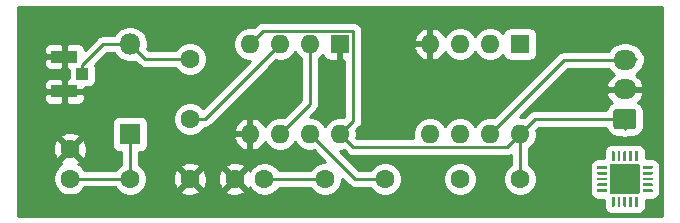
<source format=gbr>
G04 #@! TF.GenerationSoftware,KiCad,Pcbnew,(5.1.5)-3*
G04 #@! TF.CreationDate,2020-12-31T17:18:18+00:00*
G04 #@! TF.ProjectId,KiCadSoil3,4b694361-6453-46f6-996c-332e6b696361,1.0*
G04 #@! TF.SameCoordinates,Original*
G04 #@! TF.FileFunction,Copper,L1,Top*
G04 #@! TF.FilePolarity,Positive*
%FSLAX46Y46*%
G04 Gerber Fmt 4.6, Leading zero omitted, Abs format (unit mm)*
G04 Created by KiCad (PCBNEW (5.1.5)-3) date 2020-12-31 17:18:18*
%MOMM*%
%LPD*%
G04 APERTURE LIST*
%ADD10R,2.200000X1.050000*%
%ADD11R,1.050000X1.000000*%
%ADD12C,0.100000*%
%ADD13O,1.800000X1.800000*%
%ADD14R,1.800000X1.800000*%
%ADD15O,1.600000X1.600000*%
%ADD16R,1.600000X1.600000*%
%ADD17C,1.600000*%
%ADD18O,1.950000X1.700000*%
%ADD19C,0.250000*%
%ADD20C,0.254000*%
G04 APERTURE END LIST*
D10*
X17305000Y-20525000D03*
D11*
X18830000Y-19050000D03*
D10*
X17305000Y-17575000D03*
G04 #@! TA.AperFunction,SMDPad,CuDef*
D12*
G36*
X63838626Y-25590301D02*
G01*
X63844693Y-25591201D01*
X63850643Y-25592691D01*
X63856418Y-25594758D01*
X63861962Y-25597380D01*
X63867223Y-25600533D01*
X63872150Y-25604187D01*
X63876694Y-25608306D01*
X63880813Y-25612850D01*
X63884467Y-25617777D01*
X63887620Y-25623038D01*
X63890242Y-25628582D01*
X63892309Y-25634357D01*
X63893799Y-25640307D01*
X63894699Y-25646374D01*
X63895000Y-25652500D01*
X63895000Y-26377500D01*
X63894699Y-26383626D01*
X63893799Y-26389693D01*
X63892309Y-26395643D01*
X63890242Y-26401418D01*
X63887620Y-26406962D01*
X63884467Y-26412223D01*
X63880813Y-26417150D01*
X63876694Y-26421694D01*
X63872150Y-26425813D01*
X63867223Y-26429467D01*
X63861962Y-26432620D01*
X63856418Y-26435242D01*
X63850643Y-26437309D01*
X63844693Y-26438799D01*
X63838626Y-26439699D01*
X63832500Y-26440000D01*
X63707500Y-26440000D01*
X63701374Y-26439699D01*
X63695307Y-26438799D01*
X63689357Y-26437309D01*
X63683582Y-26435242D01*
X63678038Y-26432620D01*
X63672777Y-26429467D01*
X63667850Y-26425813D01*
X63663306Y-26421694D01*
X63659187Y-26417150D01*
X63655533Y-26412223D01*
X63652380Y-26406962D01*
X63649758Y-26401418D01*
X63647691Y-26395643D01*
X63646201Y-26389693D01*
X63645301Y-26383626D01*
X63645000Y-26377500D01*
X63645000Y-25652500D01*
X63645301Y-25646374D01*
X63646201Y-25640307D01*
X63647691Y-25634357D01*
X63649758Y-25628582D01*
X63652380Y-25623038D01*
X63655533Y-25617777D01*
X63659187Y-25612850D01*
X63663306Y-25608306D01*
X63667850Y-25604187D01*
X63672777Y-25600533D01*
X63678038Y-25597380D01*
X63683582Y-25594758D01*
X63689357Y-25592691D01*
X63695307Y-25591201D01*
X63701374Y-25590301D01*
X63707500Y-25590000D01*
X63832500Y-25590000D01*
X63838626Y-25590301D01*
G37*
G04 #@! TD.AperFunction*
G04 #@! TA.AperFunction,SMDPad,CuDef*
G36*
X64338626Y-25590301D02*
G01*
X64344693Y-25591201D01*
X64350643Y-25592691D01*
X64356418Y-25594758D01*
X64361962Y-25597380D01*
X64367223Y-25600533D01*
X64372150Y-25604187D01*
X64376694Y-25608306D01*
X64380813Y-25612850D01*
X64384467Y-25617777D01*
X64387620Y-25623038D01*
X64390242Y-25628582D01*
X64392309Y-25634357D01*
X64393799Y-25640307D01*
X64394699Y-25646374D01*
X64395000Y-25652500D01*
X64395000Y-26377500D01*
X64394699Y-26383626D01*
X64393799Y-26389693D01*
X64392309Y-26395643D01*
X64390242Y-26401418D01*
X64387620Y-26406962D01*
X64384467Y-26412223D01*
X64380813Y-26417150D01*
X64376694Y-26421694D01*
X64372150Y-26425813D01*
X64367223Y-26429467D01*
X64361962Y-26432620D01*
X64356418Y-26435242D01*
X64350643Y-26437309D01*
X64344693Y-26438799D01*
X64338626Y-26439699D01*
X64332500Y-26440000D01*
X64207500Y-26440000D01*
X64201374Y-26439699D01*
X64195307Y-26438799D01*
X64189357Y-26437309D01*
X64183582Y-26435242D01*
X64178038Y-26432620D01*
X64172777Y-26429467D01*
X64167850Y-26425813D01*
X64163306Y-26421694D01*
X64159187Y-26417150D01*
X64155533Y-26412223D01*
X64152380Y-26406962D01*
X64149758Y-26401418D01*
X64147691Y-26395643D01*
X64146201Y-26389693D01*
X64145301Y-26383626D01*
X64145000Y-26377500D01*
X64145000Y-25652500D01*
X64145301Y-25646374D01*
X64146201Y-25640307D01*
X64147691Y-25634357D01*
X64149758Y-25628582D01*
X64152380Y-25623038D01*
X64155533Y-25617777D01*
X64159187Y-25612850D01*
X64163306Y-25608306D01*
X64167850Y-25604187D01*
X64172777Y-25600533D01*
X64178038Y-25597380D01*
X64183582Y-25594758D01*
X64189357Y-25592691D01*
X64195307Y-25591201D01*
X64201374Y-25590301D01*
X64207500Y-25590000D01*
X64332500Y-25590000D01*
X64338626Y-25590301D01*
G37*
G04 #@! TD.AperFunction*
G04 #@! TA.AperFunction,SMDPad,CuDef*
G36*
X64838626Y-25590301D02*
G01*
X64844693Y-25591201D01*
X64850643Y-25592691D01*
X64856418Y-25594758D01*
X64861962Y-25597380D01*
X64867223Y-25600533D01*
X64872150Y-25604187D01*
X64876694Y-25608306D01*
X64880813Y-25612850D01*
X64884467Y-25617777D01*
X64887620Y-25623038D01*
X64890242Y-25628582D01*
X64892309Y-25634357D01*
X64893799Y-25640307D01*
X64894699Y-25646374D01*
X64895000Y-25652500D01*
X64895000Y-26377500D01*
X64894699Y-26383626D01*
X64893799Y-26389693D01*
X64892309Y-26395643D01*
X64890242Y-26401418D01*
X64887620Y-26406962D01*
X64884467Y-26412223D01*
X64880813Y-26417150D01*
X64876694Y-26421694D01*
X64872150Y-26425813D01*
X64867223Y-26429467D01*
X64861962Y-26432620D01*
X64856418Y-26435242D01*
X64850643Y-26437309D01*
X64844693Y-26438799D01*
X64838626Y-26439699D01*
X64832500Y-26440000D01*
X64707500Y-26440000D01*
X64701374Y-26439699D01*
X64695307Y-26438799D01*
X64689357Y-26437309D01*
X64683582Y-26435242D01*
X64678038Y-26432620D01*
X64672777Y-26429467D01*
X64667850Y-26425813D01*
X64663306Y-26421694D01*
X64659187Y-26417150D01*
X64655533Y-26412223D01*
X64652380Y-26406962D01*
X64649758Y-26401418D01*
X64647691Y-26395643D01*
X64646201Y-26389693D01*
X64645301Y-26383626D01*
X64645000Y-26377500D01*
X64645000Y-25652500D01*
X64645301Y-25646374D01*
X64646201Y-25640307D01*
X64647691Y-25634357D01*
X64649758Y-25628582D01*
X64652380Y-25623038D01*
X64655533Y-25617777D01*
X64659187Y-25612850D01*
X64663306Y-25608306D01*
X64667850Y-25604187D01*
X64672777Y-25600533D01*
X64678038Y-25597380D01*
X64683582Y-25594758D01*
X64689357Y-25592691D01*
X64695307Y-25591201D01*
X64701374Y-25590301D01*
X64707500Y-25590000D01*
X64832500Y-25590000D01*
X64838626Y-25590301D01*
G37*
G04 #@! TD.AperFunction*
G04 #@! TA.AperFunction,SMDPad,CuDef*
G36*
X65338626Y-25590301D02*
G01*
X65344693Y-25591201D01*
X65350643Y-25592691D01*
X65356418Y-25594758D01*
X65361962Y-25597380D01*
X65367223Y-25600533D01*
X65372150Y-25604187D01*
X65376694Y-25608306D01*
X65380813Y-25612850D01*
X65384467Y-25617777D01*
X65387620Y-25623038D01*
X65390242Y-25628582D01*
X65392309Y-25634357D01*
X65393799Y-25640307D01*
X65394699Y-25646374D01*
X65395000Y-25652500D01*
X65395000Y-26377500D01*
X65394699Y-26383626D01*
X65393799Y-26389693D01*
X65392309Y-26395643D01*
X65390242Y-26401418D01*
X65387620Y-26406962D01*
X65384467Y-26412223D01*
X65380813Y-26417150D01*
X65376694Y-26421694D01*
X65372150Y-26425813D01*
X65367223Y-26429467D01*
X65361962Y-26432620D01*
X65356418Y-26435242D01*
X65350643Y-26437309D01*
X65344693Y-26438799D01*
X65338626Y-26439699D01*
X65332500Y-26440000D01*
X65207500Y-26440000D01*
X65201374Y-26439699D01*
X65195307Y-26438799D01*
X65189357Y-26437309D01*
X65183582Y-26435242D01*
X65178038Y-26432620D01*
X65172777Y-26429467D01*
X65167850Y-26425813D01*
X65163306Y-26421694D01*
X65159187Y-26417150D01*
X65155533Y-26412223D01*
X65152380Y-26406962D01*
X65149758Y-26401418D01*
X65147691Y-26395643D01*
X65146201Y-26389693D01*
X65145301Y-26383626D01*
X65145000Y-26377500D01*
X65145000Y-25652500D01*
X65145301Y-25646374D01*
X65146201Y-25640307D01*
X65147691Y-25634357D01*
X65149758Y-25628582D01*
X65152380Y-25623038D01*
X65155533Y-25617777D01*
X65159187Y-25612850D01*
X65163306Y-25608306D01*
X65167850Y-25604187D01*
X65172777Y-25600533D01*
X65178038Y-25597380D01*
X65183582Y-25594758D01*
X65189357Y-25592691D01*
X65195307Y-25591201D01*
X65201374Y-25590301D01*
X65207500Y-25590000D01*
X65332500Y-25590000D01*
X65338626Y-25590301D01*
G37*
G04 #@! TD.AperFunction*
G04 #@! TA.AperFunction,SMDPad,CuDef*
G36*
X65838626Y-25590301D02*
G01*
X65844693Y-25591201D01*
X65850643Y-25592691D01*
X65856418Y-25594758D01*
X65861962Y-25597380D01*
X65867223Y-25600533D01*
X65872150Y-25604187D01*
X65876694Y-25608306D01*
X65880813Y-25612850D01*
X65884467Y-25617777D01*
X65887620Y-25623038D01*
X65890242Y-25628582D01*
X65892309Y-25634357D01*
X65893799Y-25640307D01*
X65894699Y-25646374D01*
X65895000Y-25652500D01*
X65895000Y-26377500D01*
X65894699Y-26383626D01*
X65893799Y-26389693D01*
X65892309Y-26395643D01*
X65890242Y-26401418D01*
X65887620Y-26406962D01*
X65884467Y-26412223D01*
X65880813Y-26417150D01*
X65876694Y-26421694D01*
X65872150Y-26425813D01*
X65867223Y-26429467D01*
X65861962Y-26432620D01*
X65856418Y-26435242D01*
X65850643Y-26437309D01*
X65844693Y-26438799D01*
X65838626Y-26439699D01*
X65832500Y-26440000D01*
X65707500Y-26440000D01*
X65701374Y-26439699D01*
X65695307Y-26438799D01*
X65689357Y-26437309D01*
X65683582Y-26435242D01*
X65678038Y-26432620D01*
X65672777Y-26429467D01*
X65667850Y-26425813D01*
X65663306Y-26421694D01*
X65659187Y-26417150D01*
X65655533Y-26412223D01*
X65652380Y-26406962D01*
X65649758Y-26401418D01*
X65647691Y-26395643D01*
X65646201Y-26389693D01*
X65645301Y-26383626D01*
X65645000Y-26377500D01*
X65645000Y-25652500D01*
X65645301Y-25646374D01*
X65646201Y-25640307D01*
X65647691Y-25634357D01*
X65649758Y-25628582D01*
X65652380Y-25623038D01*
X65655533Y-25617777D01*
X65659187Y-25612850D01*
X65663306Y-25608306D01*
X65667850Y-25604187D01*
X65672777Y-25600533D01*
X65678038Y-25597380D01*
X65683582Y-25594758D01*
X65689357Y-25592691D01*
X65695307Y-25591201D01*
X65701374Y-25590301D01*
X65707500Y-25590000D01*
X65832500Y-25590000D01*
X65838626Y-25590301D01*
G37*
G04 #@! TD.AperFunction*
G04 #@! TA.AperFunction,SMDPad,CuDef*
G36*
X67063626Y-26815301D02*
G01*
X67069693Y-26816201D01*
X67075643Y-26817691D01*
X67081418Y-26819758D01*
X67086962Y-26822380D01*
X67092223Y-26825533D01*
X67097150Y-26829187D01*
X67101694Y-26833306D01*
X67105813Y-26837850D01*
X67109467Y-26842777D01*
X67112620Y-26848038D01*
X67115242Y-26853582D01*
X67117309Y-26859357D01*
X67118799Y-26865307D01*
X67119699Y-26871374D01*
X67120000Y-26877500D01*
X67120000Y-27002500D01*
X67119699Y-27008626D01*
X67118799Y-27014693D01*
X67117309Y-27020643D01*
X67115242Y-27026418D01*
X67112620Y-27031962D01*
X67109467Y-27037223D01*
X67105813Y-27042150D01*
X67101694Y-27046694D01*
X67097150Y-27050813D01*
X67092223Y-27054467D01*
X67086962Y-27057620D01*
X67081418Y-27060242D01*
X67075643Y-27062309D01*
X67069693Y-27063799D01*
X67063626Y-27064699D01*
X67057500Y-27065000D01*
X66332500Y-27065000D01*
X66326374Y-27064699D01*
X66320307Y-27063799D01*
X66314357Y-27062309D01*
X66308582Y-27060242D01*
X66303038Y-27057620D01*
X66297777Y-27054467D01*
X66292850Y-27050813D01*
X66288306Y-27046694D01*
X66284187Y-27042150D01*
X66280533Y-27037223D01*
X66277380Y-27031962D01*
X66274758Y-27026418D01*
X66272691Y-27020643D01*
X66271201Y-27014693D01*
X66270301Y-27008626D01*
X66270000Y-27002500D01*
X66270000Y-26877500D01*
X66270301Y-26871374D01*
X66271201Y-26865307D01*
X66272691Y-26859357D01*
X66274758Y-26853582D01*
X66277380Y-26848038D01*
X66280533Y-26842777D01*
X66284187Y-26837850D01*
X66288306Y-26833306D01*
X66292850Y-26829187D01*
X66297777Y-26825533D01*
X66303038Y-26822380D01*
X66308582Y-26819758D01*
X66314357Y-26817691D01*
X66320307Y-26816201D01*
X66326374Y-26815301D01*
X66332500Y-26815000D01*
X67057500Y-26815000D01*
X67063626Y-26815301D01*
G37*
G04 #@! TD.AperFunction*
G04 #@! TA.AperFunction,SMDPad,CuDef*
G36*
X67063626Y-27315301D02*
G01*
X67069693Y-27316201D01*
X67075643Y-27317691D01*
X67081418Y-27319758D01*
X67086962Y-27322380D01*
X67092223Y-27325533D01*
X67097150Y-27329187D01*
X67101694Y-27333306D01*
X67105813Y-27337850D01*
X67109467Y-27342777D01*
X67112620Y-27348038D01*
X67115242Y-27353582D01*
X67117309Y-27359357D01*
X67118799Y-27365307D01*
X67119699Y-27371374D01*
X67120000Y-27377500D01*
X67120000Y-27502500D01*
X67119699Y-27508626D01*
X67118799Y-27514693D01*
X67117309Y-27520643D01*
X67115242Y-27526418D01*
X67112620Y-27531962D01*
X67109467Y-27537223D01*
X67105813Y-27542150D01*
X67101694Y-27546694D01*
X67097150Y-27550813D01*
X67092223Y-27554467D01*
X67086962Y-27557620D01*
X67081418Y-27560242D01*
X67075643Y-27562309D01*
X67069693Y-27563799D01*
X67063626Y-27564699D01*
X67057500Y-27565000D01*
X66332500Y-27565000D01*
X66326374Y-27564699D01*
X66320307Y-27563799D01*
X66314357Y-27562309D01*
X66308582Y-27560242D01*
X66303038Y-27557620D01*
X66297777Y-27554467D01*
X66292850Y-27550813D01*
X66288306Y-27546694D01*
X66284187Y-27542150D01*
X66280533Y-27537223D01*
X66277380Y-27531962D01*
X66274758Y-27526418D01*
X66272691Y-27520643D01*
X66271201Y-27514693D01*
X66270301Y-27508626D01*
X66270000Y-27502500D01*
X66270000Y-27377500D01*
X66270301Y-27371374D01*
X66271201Y-27365307D01*
X66272691Y-27359357D01*
X66274758Y-27353582D01*
X66277380Y-27348038D01*
X66280533Y-27342777D01*
X66284187Y-27337850D01*
X66288306Y-27333306D01*
X66292850Y-27329187D01*
X66297777Y-27325533D01*
X66303038Y-27322380D01*
X66308582Y-27319758D01*
X66314357Y-27317691D01*
X66320307Y-27316201D01*
X66326374Y-27315301D01*
X66332500Y-27315000D01*
X67057500Y-27315000D01*
X67063626Y-27315301D01*
G37*
G04 #@! TD.AperFunction*
G04 #@! TA.AperFunction,SMDPad,CuDef*
G36*
X67063626Y-27815301D02*
G01*
X67069693Y-27816201D01*
X67075643Y-27817691D01*
X67081418Y-27819758D01*
X67086962Y-27822380D01*
X67092223Y-27825533D01*
X67097150Y-27829187D01*
X67101694Y-27833306D01*
X67105813Y-27837850D01*
X67109467Y-27842777D01*
X67112620Y-27848038D01*
X67115242Y-27853582D01*
X67117309Y-27859357D01*
X67118799Y-27865307D01*
X67119699Y-27871374D01*
X67120000Y-27877500D01*
X67120000Y-28002500D01*
X67119699Y-28008626D01*
X67118799Y-28014693D01*
X67117309Y-28020643D01*
X67115242Y-28026418D01*
X67112620Y-28031962D01*
X67109467Y-28037223D01*
X67105813Y-28042150D01*
X67101694Y-28046694D01*
X67097150Y-28050813D01*
X67092223Y-28054467D01*
X67086962Y-28057620D01*
X67081418Y-28060242D01*
X67075643Y-28062309D01*
X67069693Y-28063799D01*
X67063626Y-28064699D01*
X67057500Y-28065000D01*
X66332500Y-28065000D01*
X66326374Y-28064699D01*
X66320307Y-28063799D01*
X66314357Y-28062309D01*
X66308582Y-28060242D01*
X66303038Y-28057620D01*
X66297777Y-28054467D01*
X66292850Y-28050813D01*
X66288306Y-28046694D01*
X66284187Y-28042150D01*
X66280533Y-28037223D01*
X66277380Y-28031962D01*
X66274758Y-28026418D01*
X66272691Y-28020643D01*
X66271201Y-28014693D01*
X66270301Y-28008626D01*
X66270000Y-28002500D01*
X66270000Y-27877500D01*
X66270301Y-27871374D01*
X66271201Y-27865307D01*
X66272691Y-27859357D01*
X66274758Y-27853582D01*
X66277380Y-27848038D01*
X66280533Y-27842777D01*
X66284187Y-27837850D01*
X66288306Y-27833306D01*
X66292850Y-27829187D01*
X66297777Y-27825533D01*
X66303038Y-27822380D01*
X66308582Y-27819758D01*
X66314357Y-27817691D01*
X66320307Y-27816201D01*
X66326374Y-27815301D01*
X66332500Y-27815000D01*
X67057500Y-27815000D01*
X67063626Y-27815301D01*
G37*
G04 #@! TD.AperFunction*
G04 #@! TA.AperFunction,SMDPad,CuDef*
G36*
X67063626Y-28315301D02*
G01*
X67069693Y-28316201D01*
X67075643Y-28317691D01*
X67081418Y-28319758D01*
X67086962Y-28322380D01*
X67092223Y-28325533D01*
X67097150Y-28329187D01*
X67101694Y-28333306D01*
X67105813Y-28337850D01*
X67109467Y-28342777D01*
X67112620Y-28348038D01*
X67115242Y-28353582D01*
X67117309Y-28359357D01*
X67118799Y-28365307D01*
X67119699Y-28371374D01*
X67120000Y-28377500D01*
X67120000Y-28502500D01*
X67119699Y-28508626D01*
X67118799Y-28514693D01*
X67117309Y-28520643D01*
X67115242Y-28526418D01*
X67112620Y-28531962D01*
X67109467Y-28537223D01*
X67105813Y-28542150D01*
X67101694Y-28546694D01*
X67097150Y-28550813D01*
X67092223Y-28554467D01*
X67086962Y-28557620D01*
X67081418Y-28560242D01*
X67075643Y-28562309D01*
X67069693Y-28563799D01*
X67063626Y-28564699D01*
X67057500Y-28565000D01*
X66332500Y-28565000D01*
X66326374Y-28564699D01*
X66320307Y-28563799D01*
X66314357Y-28562309D01*
X66308582Y-28560242D01*
X66303038Y-28557620D01*
X66297777Y-28554467D01*
X66292850Y-28550813D01*
X66288306Y-28546694D01*
X66284187Y-28542150D01*
X66280533Y-28537223D01*
X66277380Y-28531962D01*
X66274758Y-28526418D01*
X66272691Y-28520643D01*
X66271201Y-28514693D01*
X66270301Y-28508626D01*
X66270000Y-28502500D01*
X66270000Y-28377500D01*
X66270301Y-28371374D01*
X66271201Y-28365307D01*
X66272691Y-28359357D01*
X66274758Y-28353582D01*
X66277380Y-28348038D01*
X66280533Y-28342777D01*
X66284187Y-28337850D01*
X66288306Y-28333306D01*
X66292850Y-28329187D01*
X66297777Y-28325533D01*
X66303038Y-28322380D01*
X66308582Y-28319758D01*
X66314357Y-28317691D01*
X66320307Y-28316201D01*
X66326374Y-28315301D01*
X66332500Y-28315000D01*
X67057500Y-28315000D01*
X67063626Y-28315301D01*
G37*
G04 #@! TD.AperFunction*
G04 #@! TA.AperFunction,SMDPad,CuDef*
G36*
X67063626Y-28815301D02*
G01*
X67069693Y-28816201D01*
X67075643Y-28817691D01*
X67081418Y-28819758D01*
X67086962Y-28822380D01*
X67092223Y-28825533D01*
X67097150Y-28829187D01*
X67101694Y-28833306D01*
X67105813Y-28837850D01*
X67109467Y-28842777D01*
X67112620Y-28848038D01*
X67115242Y-28853582D01*
X67117309Y-28859357D01*
X67118799Y-28865307D01*
X67119699Y-28871374D01*
X67120000Y-28877500D01*
X67120000Y-29002500D01*
X67119699Y-29008626D01*
X67118799Y-29014693D01*
X67117309Y-29020643D01*
X67115242Y-29026418D01*
X67112620Y-29031962D01*
X67109467Y-29037223D01*
X67105813Y-29042150D01*
X67101694Y-29046694D01*
X67097150Y-29050813D01*
X67092223Y-29054467D01*
X67086962Y-29057620D01*
X67081418Y-29060242D01*
X67075643Y-29062309D01*
X67069693Y-29063799D01*
X67063626Y-29064699D01*
X67057500Y-29065000D01*
X66332500Y-29065000D01*
X66326374Y-29064699D01*
X66320307Y-29063799D01*
X66314357Y-29062309D01*
X66308582Y-29060242D01*
X66303038Y-29057620D01*
X66297777Y-29054467D01*
X66292850Y-29050813D01*
X66288306Y-29046694D01*
X66284187Y-29042150D01*
X66280533Y-29037223D01*
X66277380Y-29031962D01*
X66274758Y-29026418D01*
X66272691Y-29020643D01*
X66271201Y-29014693D01*
X66270301Y-29008626D01*
X66270000Y-29002500D01*
X66270000Y-28877500D01*
X66270301Y-28871374D01*
X66271201Y-28865307D01*
X66272691Y-28859357D01*
X66274758Y-28853582D01*
X66277380Y-28848038D01*
X66280533Y-28842777D01*
X66284187Y-28837850D01*
X66288306Y-28833306D01*
X66292850Y-28829187D01*
X66297777Y-28825533D01*
X66303038Y-28822380D01*
X66308582Y-28819758D01*
X66314357Y-28817691D01*
X66320307Y-28816201D01*
X66326374Y-28815301D01*
X66332500Y-28815000D01*
X67057500Y-28815000D01*
X67063626Y-28815301D01*
G37*
G04 #@! TD.AperFunction*
G04 #@! TA.AperFunction,SMDPad,CuDef*
G36*
X65838626Y-29440301D02*
G01*
X65844693Y-29441201D01*
X65850643Y-29442691D01*
X65856418Y-29444758D01*
X65861962Y-29447380D01*
X65867223Y-29450533D01*
X65872150Y-29454187D01*
X65876694Y-29458306D01*
X65880813Y-29462850D01*
X65884467Y-29467777D01*
X65887620Y-29473038D01*
X65890242Y-29478582D01*
X65892309Y-29484357D01*
X65893799Y-29490307D01*
X65894699Y-29496374D01*
X65895000Y-29502500D01*
X65895000Y-30227500D01*
X65894699Y-30233626D01*
X65893799Y-30239693D01*
X65892309Y-30245643D01*
X65890242Y-30251418D01*
X65887620Y-30256962D01*
X65884467Y-30262223D01*
X65880813Y-30267150D01*
X65876694Y-30271694D01*
X65872150Y-30275813D01*
X65867223Y-30279467D01*
X65861962Y-30282620D01*
X65856418Y-30285242D01*
X65850643Y-30287309D01*
X65844693Y-30288799D01*
X65838626Y-30289699D01*
X65832500Y-30290000D01*
X65707500Y-30290000D01*
X65701374Y-30289699D01*
X65695307Y-30288799D01*
X65689357Y-30287309D01*
X65683582Y-30285242D01*
X65678038Y-30282620D01*
X65672777Y-30279467D01*
X65667850Y-30275813D01*
X65663306Y-30271694D01*
X65659187Y-30267150D01*
X65655533Y-30262223D01*
X65652380Y-30256962D01*
X65649758Y-30251418D01*
X65647691Y-30245643D01*
X65646201Y-30239693D01*
X65645301Y-30233626D01*
X65645000Y-30227500D01*
X65645000Y-29502500D01*
X65645301Y-29496374D01*
X65646201Y-29490307D01*
X65647691Y-29484357D01*
X65649758Y-29478582D01*
X65652380Y-29473038D01*
X65655533Y-29467777D01*
X65659187Y-29462850D01*
X65663306Y-29458306D01*
X65667850Y-29454187D01*
X65672777Y-29450533D01*
X65678038Y-29447380D01*
X65683582Y-29444758D01*
X65689357Y-29442691D01*
X65695307Y-29441201D01*
X65701374Y-29440301D01*
X65707500Y-29440000D01*
X65832500Y-29440000D01*
X65838626Y-29440301D01*
G37*
G04 #@! TD.AperFunction*
G04 #@! TA.AperFunction,SMDPad,CuDef*
G36*
X65338626Y-29440301D02*
G01*
X65344693Y-29441201D01*
X65350643Y-29442691D01*
X65356418Y-29444758D01*
X65361962Y-29447380D01*
X65367223Y-29450533D01*
X65372150Y-29454187D01*
X65376694Y-29458306D01*
X65380813Y-29462850D01*
X65384467Y-29467777D01*
X65387620Y-29473038D01*
X65390242Y-29478582D01*
X65392309Y-29484357D01*
X65393799Y-29490307D01*
X65394699Y-29496374D01*
X65395000Y-29502500D01*
X65395000Y-30227500D01*
X65394699Y-30233626D01*
X65393799Y-30239693D01*
X65392309Y-30245643D01*
X65390242Y-30251418D01*
X65387620Y-30256962D01*
X65384467Y-30262223D01*
X65380813Y-30267150D01*
X65376694Y-30271694D01*
X65372150Y-30275813D01*
X65367223Y-30279467D01*
X65361962Y-30282620D01*
X65356418Y-30285242D01*
X65350643Y-30287309D01*
X65344693Y-30288799D01*
X65338626Y-30289699D01*
X65332500Y-30290000D01*
X65207500Y-30290000D01*
X65201374Y-30289699D01*
X65195307Y-30288799D01*
X65189357Y-30287309D01*
X65183582Y-30285242D01*
X65178038Y-30282620D01*
X65172777Y-30279467D01*
X65167850Y-30275813D01*
X65163306Y-30271694D01*
X65159187Y-30267150D01*
X65155533Y-30262223D01*
X65152380Y-30256962D01*
X65149758Y-30251418D01*
X65147691Y-30245643D01*
X65146201Y-30239693D01*
X65145301Y-30233626D01*
X65145000Y-30227500D01*
X65145000Y-29502500D01*
X65145301Y-29496374D01*
X65146201Y-29490307D01*
X65147691Y-29484357D01*
X65149758Y-29478582D01*
X65152380Y-29473038D01*
X65155533Y-29467777D01*
X65159187Y-29462850D01*
X65163306Y-29458306D01*
X65167850Y-29454187D01*
X65172777Y-29450533D01*
X65178038Y-29447380D01*
X65183582Y-29444758D01*
X65189357Y-29442691D01*
X65195307Y-29441201D01*
X65201374Y-29440301D01*
X65207500Y-29440000D01*
X65332500Y-29440000D01*
X65338626Y-29440301D01*
G37*
G04 #@! TD.AperFunction*
G04 #@! TA.AperFunction,SMDPad,CuDef*
G36*
X64838626Y-29440301D02*
G01*
X64844693Y-29441201D01*
X64850643Y-29442691D01*
X64856418Y-29444758D01*
X64861962Y-29447380D01*
X64867223Y-29450533D01*
X64872150Y-29454187D01*
X64876694Y-29458306D01*
X64880813Y-29462850D01*
X64884467Y-29467777D01*
X64887620Y-29473038D01*
X64890242Y-29478582D01*
X64892309Y-29484357D01*
X64893799Y-29490307D01*
X64894699Y-29496374D01*
X64895000Y-29502500D01*
X64895000Y-30227500D01*
X64894699Y-30233626D01*
X64893799Y-30239693D01*
X64892309Y-30245643D01*
X64890242Y-30251418D01*
X64887620Y-30256962D01*
X64884467Y-30262223D01*
X64880813Y-30267150D01*
X64876694Y-30271694D01*
X64872150Y-30275813D01*
X64867223Y-30279467D01*
X64861962Y-30282620D01*
X64856418Y-30285242D01*
X64850643Y-30287309D01*
X64844693Y-30288799D01*
X64838626Y-30289699D01*
X64832500Y-30290000D01*
X64707500Y-30290000D01*
X64701374Y-30289699D01*
X64695307Y-30288799D01*
X64689357Y-30287309D01*
X64683582Y-30285242D01*
X64678038Y-30282620D01*
X64672777Y-30279467D01*
X64667850Y-30275813D01*
X64663306Y-30271694D01*
X64659187Y-30267150D01*
X64655533Y-30262223D01*
X64652380Y-30256962D01*
X64649758Y-30251418D01*
X64647691Y-30245643D01*
X64646201Y-30239693D01*
X64645301Y-30233626D01*
X64645000Y-30227500D01*
X64645000Y-29502500D01*
X64645301Y-29496374D01*
X64646201Y-29490307D01*
X64647691Y-29484357D01*
X64649758Y-29478582D01*
X64652380Y-29473038D01*
X64655533Y-29467777D01*
X64659187Y-29462850D01*
X64663306Y-29458306D01*
X64667850Y-29454187D01*
X64672777Y-29450533D01*
X64678038Y-29447380D01*
X64683582Y-29444758D01*
X64689357Y-29442691D01*
X64695307Y-29441201D01*
X64701374Y-29440301D01*
X64707500Y-29440000D01*
X64832500Y-29440000D01*
X64838626Y-29440301D01*
G37*
G04 #@! TD.AperFunction*
G04 #@! TA.AperFunction,SMDPad,CuDef*
G36*
X64338626Y-29440301D02*
G01*
X64344693Y-29441201D01*
X64350643Y-29442691D01*
X64356418Y-29444758D01*
X64361962Y-29447380D01*
X64367223Y-29450533D01*
X64372150Y-29454187D01*
X64376694Y-29458306D01*
X64380813Y-29462850D01*
X64384467Y-29467777D01*
X64387620Y-29473038D01*
X64390242Y-29478582D01*
X64392309Y-29484357D01*
X64393799Y-29490307D01*
X64394699Y-29496374D01*
X64395000Y-29502500D01*
X64395000Y-30227500D01*
X64394699Y-30233626D01*
X64393799Y-30239693D01*
X64392309Y-30245643D01*
X64390242Y-30251418D01*
X64387620Y-30256962D01*
X64384467Y-30262223D01*
X64380813Y-30267150D01*
X64376694Y-30271694D01*
X64372150Y-30275813D01*
X64367223Y-30279467D01*
X64361962Y-30282620D01*
X64356418Y-30285242D01*
X64350643Y-30287309D01*
X64344693Y-30288799D01*
X64338626Y-30289699D01*
X64332500Y-30290000D01*
X64207500Y-30290000D01*
X64201374Y-30289699D01*
X64195307Y-30288799D01*
X64189357Y-30287309D01*
X64183582Y-30285242D01*
X64178038Y-30282620D01*
X64172777Y-30279467D01*
X64167850Y-30275813D01*
X64163306Y-30271694D01*
X64159187Y-30267150D01*
X64155533Y-30262223D01*
X64152380Y-30256962D01*
X64149758Y-30251418D01*
X64147691Y-30245643D01*
X64146201Y-30239693D01*
X64145301Y-30233626D01*
X64145000Y-30227500D01*
X64145000Y-29502500D01*
X64145301Y-29496374D01*
X64146201Y-29490307D01*
X64147691Y-29484357D01*
X64149758Y-29478582D01*
X64152380Y-29473038D01*
X64155533Y-29467777D01*
X64159187Y-29462850D01*
X64163306Y-29458306D01*
X64167850Y-29454187D01*
X64172777Y-29450533D01*
X64178038Y-29447380D01*
X64183582Y-29444758D01*
X64189357Y-29442691D01*
X64195307Y-29441201D01*
X64201374Y-29440301D01*
X64207500Y-29440000D01*
X64332500Y-29440000D01*
X64338626Y-29440301D01*
G37*
G04 #@! TD.AperFunction*
G04 #@! TA.AperFunction,SMDPad,CuDef*
G36*
X63838626Y-29440301D02*
G01*
X63844693Y-29441201D01*
X63850643Y-29442691D01*
X63856418Y-29444758D01*
X63861962Y-29447380D01*
X63867223Y-29450533D01*
X63872150Y-29454187D01*
X63876694Y-29458306D01*
X63880813Y-29462850D01*
X63884467Y-29467777D01*
X63887620Y-29473038D01*
X63890242Y-29478582D01*
X63892309Y-29484357D01*
X63893799Y-29490307D01*
X63894699Y-29496374D01*
X63895000Y-29502500D01*
X63895000Y-30227500D01*
X63894699Y-30233626D01*
X63893799Y-30239693D01*
X63892309Y-30245643D01*
X63890242Y-30251418D01*
X63887620Y-30256962D01*
X63884467Y-30262223D01*
X63880813Y-30267150D01*
X63876694Y-30271694D01*
X63872150Y-30275813D01*
X63867223Y-30279467D01*
X63861962Y-30282620D01*
X63856418Y-30285242D01*
X63850643Y-30287309D01*
X63844693Y-30288799D01*
X63838626Y-30289699D01*
X63832500Y-30290000D01*
X63707500Y-30290000D01*
X63701374Y-30289699D01*
X63695307Y-30288799D01*
X63689357Y-30287309D01*
X63683582Y-30285242D01*
X63678038Y-30282620D01*
X63672777Y-30279467D01*
X63667850Y-30275813D01*
X63663306Y-30271694D01*
X63659187Y-30267150D01*
X63655533Y-30262223D01*
X63652380Y-30256962D01*
X63649758Y-30251418D01*
X63647691Y-30245643D01*
X63646201Y-30239693D01*
X63645301Y-30233626D01*
X63645000Y-30227500D01*
X63645000Y-29502500D01*
X63645301Y-29496374D01*
X63646201Y-29490307D01*
X63647691Y-29484357D01*
X63649758Y-29478582D01*
X63652380Y-29473038D01*
X63655533Y-29467777D01*
X63659187Y-29462850D01*
X63663306Y-29458306D01*
X63667850Y-29454187D01*
X63672777Y-29450533D01*
X63678038Y-29447380D01*
X63683582Y-29444758D01*
X63689357Y-29442691D01*
X63695307Y-29441201D01*
X63701374Y-29440301D01*
X63707500Y-29440000D01*
X63832500Y-29440000D01*
X63838626Y-29440301D01*
G37*
G04 #@! TD.AperFunction*
G04 #@! TA.AperFunction,SMDPad,CuDef*
G36*
X63213626Y-28815301D02*
G01*
X63219693Y-28816201D01*
X63225643Y-28817691D01*
X63231418Y-28819758D01*
X63236962Y-28822380D01*
X63242223Y-28825533D01*
X63247150Y-28829187D01*
X63251694Y-28833306D01*
X63255813Y-28837850D01*
X63259467Y-28842777D01*
X63262620Y-28848038D01*
X63265242Y-28853582D01*
X63267309Y-28859357D01*
X63268799Y-28865307D01*
X63269699Y-28871374D01*
X63270000Y-28877500D01*
X63270000Y-29002500D01*
X63269699Y-29008626D01*
X63268799Y-29014693D01*
X63267309Y-29020643D01*
X63265242Y-29026418D01*
X63262620Y-29031962D01*
X63259467Y-29037223D01*
X63255813Y-29042150D01*
X63251694Y-29046694D01*
X63247150Y-29050813D01*
X63242223Y-29054467D01*
X63236962Y-29057620D01*
X63231418Y-29060242D01*
X63225643Y-29062309D01*
X63219693Y-29063799D01*
X63213626Y-29064699D01*
X63207500Y-29065000D01*
X62482500Y-29065000D01*
X62476374Y-29064699D01*
X62470307Y-29063799D01*
X62464357Y-29062309D01*
X62458582Y-29060242D01*
X62453038Y-29057620D01*
X62447777Y-29054467D01*
X62442850Y-29050813D01*
X62438306Y-29046694D01*
X62434187Y-29042150D01*
X62430533Y-29037223D01*
X62427380Y-29031962D01*
X62424758Y-29026418D01*
X62422691Y-29020643D01*
X62421201Y-29014693D01*
X62420301Y-29008626D01*
X62420000Y-29002500D01*
X62420000Y-28877500D01*
X62420301Y-28871374D01*
X62421201Y-28865307D01*
X62422691Y-28859357D01*
X62424758Y-28853582D01*
X62427380Y-28848038D01*
X62430533Y-28842777D01*
X62434187Y-28837850D01*
X62438306Y-28833306D01*
X62442850Y-28829187D01*
X62447777Y-28825533D01*
X62453038Y-28822380D01*
X62458582Y-28819758D01*
X62464357Y-28817691D01*
X62470307Y-28816201D01*
X62476374Y-28815301D01*
X62482500Y-28815000D01*
X63207500Y-28815000D01*
X63213626Y-28815301D01*
G37*
G04 #@! TD.AperFunction*
G04 #@! TA.AperFunction,SMDPad,CuDef*
G36*
X63213626Y-28315301D02*
G01*
X63219693Y-28316201D01*
X63225643Y-28317691D01*
X63231418Y-28319758D01*
X63236962Y-28322380D01*
X63242223Y-28325533D01*
X63247150Y-28329187D01*
X63251694Y-28333306D01*
X63255813Y-28337850D01*
X63259467Y-28342777D01*
X63262620Y-28348038D01*
X63265242Y-28353582D01*
X63267309Y-28359357D01*
X63268799Y-28365307D01*
X63269699Y-28371374D01*
X63270000Y-28377500D01*
X63270000Y-28502500D01*
X63269699Y-28508626D01*
X63268799Y-28514693D01*
X63267309Y-28520643D01*
X63265242Y-28526418D01*
X63262620Y-28531962D01*
X63259467Y-28537223D01*
X63255813Y-28542150D01*
X63251694Y-28546694D01*
X63247150Y-28550813D01*
X63242223Y-28554467D01*
X63236962Y-28557620D01*
X63231418Y-28560242D01*
X63225643Y-28562309D01*
X63219693Y-28563799D01*
X63213626Y-28564699D01*
X63207500Y-28565000D01*
X62482500Y-28565000D01*
X62476374Y-28564699D01*
X62470307Y-28563799D01*
X62464357Y-28562309D01*
X62458582Y-28560242D01*
X62453038Y-28557620D01*
X62447777Y-28554467D01*
X62442850Y-28550813D01*
X62438306Y-28546694D01*
X62434187Y-28542150D01*
X62430533Y-28537223D01*
X62427380Y-28531962D01*
X62424758Y-28526418D01*
X62422691Y-28520643D01*
X62421201Y-28514693D01*
X62420301Y-28508626D01*
X62420000Y-28502500D01*
X62420000Y-28377500D01*
X62420301Y-28371374D01*
X62421201Y-28365307D01*
X62422691Y-28359357D01*
X62424758Y-28353582D01*
X62427380Y-28348038D01*
X62430533Y-28342777D01*
X62434187Y-28337850D01*
X62438306Y-28333306D01*
X62442850Y-28329187D01*
X62447777Y-28325533D01*
X62453038Y-28322380D01*
X62458582Y-28319758D01*
X62464357Y-28317691D01*
X62470307Y-28316201D01*
X62476374Y-28315301D01*
X62482500Y-28315000D01*
X63207500Y-28315000D01*
X63213626Y-28315301D01*
G37*
G04 #@! TD.AperFunction*
G04 #@! TA.AperFunction,SMDPad,CuDef*
G36*
X63213626Y-27815301D02*
G01*
X63219693Y-27816201D01*
X63225643Y-27817691D01*
X63231418Y-27819758D01*
X63236962Y-27822380D01*
X63242223Y-27825533D01*
X63247150Y-27829187D01*
X63251694Y-27833306D01*
X63255813Y-27837850D01*
X63259467Y-27842777D01*
X63262620Y-27848038D01*
X63265242Y-27853582D01*
X63267309Y-27859357D01*
X63268799Y-27865307D01*
X63269699Y-27871374D01*
X63270000Y-27877500D01*
X63270000Y-28002500D01*
X63269699Y-28008626D01*
X63268799Y-28014693D01*
X63267309Y-28020643D01*
X63265242Y-28026418D01*
X63262620Y-28031962D01*
X63259467Y-28037223D01*
X63255813Y-28042150D01*
X63251694Y-28046694D01*
X63247150Y-28050813D01*
X63242223Y-28054467D01*
X63236962Y-28057620D01*
X63231418Y-28060242D01*
X63225643Y-28062309D01*
X63219693Y-28063799D01*
X63213626Y-28064699D01*
X63207500Y-28065000D01*
X62482500Y-28065000D01*
X62476374Y-28064699D01*
X62470307Y-28063799D01*
X62464357Y-28062309D01*
X62458582Y-28060242D01*
X62453038Y-28057620D01*
X62447777Y-28054467D01*
X62442850Y-28050813D01*
X62438306Y-28046694D01*
X62434187Y-28042150D01*
X62430533Y-28037223D01*
X62427380Y-28031962D01*
X62424758Y-28026418D01*
X62422691Y-28020643D01*
X62421201Y-28014693D01*
X62420301Y-28008626D01*
X62420000Y-28002500D01*
X62420000Y-27877500D01*
X62420301Y-27871374D01*
X62421201Y-27865307D01*
X62422691Y-27859357D01*
X62424758Y-27853582D01*
X62427380Y-27848038D01*
X62430533Y-27842777D01*
X62434187Y-27837850D01*
X62438306Y-27833306D01*
X62442850Y-27829187D01*
X62447777Y-27825533D01*
X62453038Y-27822380D01*
X62458582Y-27819758D01*
X62464357Y-27817691D01*
X62470307Y-27816201D01*
X62476374Y-27815301D01*
X62482500Y-27815000D01*
X63207500Y-27815000D01*
X63213626Y-27815301D01*
G37*
G04 #@! TD.AperFunction*
G04 #@! TA.AperFunction,SMDPad,CuDef*
G36*
X63213626Y-27315301D02*
G01*
X63219693Y-27316201D01*
X63225643Y-27317691D01*
X63231418Y-27319758D01*
X63236962Y-27322380D01*
X63242223Y-27325533D01*
X63247150Y-27329187D01*
X63251694Y-27333306D01*
X63255813Y-27337850D01*
X63259467Y-27342777D01*
X63262620Y-27348038D01*
X63265242Y-27353582D01*
X63267309Y-27359357D01*
X63268799Y-27365307D01*
X63269699Y-27371374D01*
X63270000Y-27377500D01*
X63270000Y-27502500D01*
X63269699Y-27508626D01*
X63268799Y-27514693D01*
X63267309Y-27520643D01*
X63265242Y-27526418D01*
X63262620Y-27531962D01*
X63259467Y-27537223D01*
X63255813Y-27542150D01*
X63251694Y-27546694D01*
X63247150Y-27550813D01*
X63242223Y-27554467D01*
X63236962Y-27557620D01*
X63231418Y-27560242D01*
X63225643Y-27562309D01*
X63219693Y-27563799D01*
X63213626Y-27564699D01*
X63207500Y-27565000D01*
X62482500Y-27565000D01*
X62476374Y-27564699D01*
X62470307Y-27563799D01*
X62464357Y-27562309D01*
X62458582Y-27560242D01*
X62453038Y-27557620D01*
X62447777Y-27554467D01*
X62442850Y-27550813D01*
X62438306Y-27546694D01*
X62434187Y-27542150D01*
X62430533Y-27537223D01*
X62427380Y-27531962D01*
X62424758Y-27526418D01*
X62422691Y-27520643D01*
X62421201Y-27514693D01*
X62420301Y-27508626D01*
X62420000Y-27502500D01*
X62420000Y-27377500D01*
X62420301Y-27371374D01*
X62421201Y-27365307D01*
X62422691Y-27359357D01*
X62424758Y-27353582D01*
X62427380Y-27348038D01*
X62430533Y-27342777D01*
X62434187Y-27337850D01*
X62438306Y-27333306D01*
X62442850Y-27329187D01*
X62447777Y-27325533D01*
X62453038Y-27322380D01*
X62458582Y-27319758D01*
X62464357Y-27317691D01*
X62470307Y-27316201D01*
X62476374Y-27315301D01*
X62482500Y-27315000D01*
X63207500Y-27315000D01*
X63213626Y-27315301D01*
G37*
G04 #@! TD.AperFunction*
G04 #@! TA.AperFunction,SMDPad,CuDef*
G36*
X63213626Y-26815301D02*
G01*
X63219693Y-26816201D01*
X63225643Y-26817691D01*
X63231418Y-26819758D01*
X63236962Y-26822380D01*
X63242223Y-26825533D01*
X63247150Y-26829187D01*
X63251694Y-26833306D01*
X63255813Y-26837850D01*
X63259467Y-26842777D01*
X63262620Y-26848038D01*
X63265242Y-26853582D01*
X63267309Y-26859357D01*
X63268799Y-26865307D01*
X63269699Y-26871374D01*
X63270000Y-26877500D01*
X63270000Y-27002500D01*
X63269699Y-27008626D01*
X63268799Y-27014693D01*
X63267309Y-27020643D01*
X63265242Y-27026418D01*
X63262620Y-27031962D01*
X63259467Y-27037223D01*
X63255813Y-27042150D01*
X63251694Y-27046694D01*
X63247150Y-27050813D01*
X63242223Y-27054467D01*
X63236962Y-27057620D01*
X63231418Y-27060242D01*
X63225643Y-27062309D01*
X63219693Y-27063799D01*
X63213626Y-27064699D01*
X63207500Y-27065000D01*
X62482500Y-27065000D01*
X62476374Y-27064699D01*
X62470307Y-27063799D01*
X62464357Y-27062309D01*
X62458582Y-27060242D01*
X62453038Y-27057620D01*
X62447777Y-27054467D01*
X62442850Y-27050813D01*
X62438306Y-27046694D01*
X62434187Y-27042150D01*
X62430533Y-27037223D01*
X62427380Y-27031962D01*
X62424758Y-27026418D01*
X62422691Y-27020643D01*
X62421201Y-27014693D01*
X62420301Y-27008626D01*
X62420000Y-27002500D01*
X62420000Y-26877500D01*
X62420301Y-26871374D01*
X62421201Y-26865307D01*
X62422691Y-26859357D01*
X62424758Y-26853582D01*
X62427380Y-26848038D01*
X62430533Y-26842777D01*
X62434187Y-26837850D01*
X62438306Y-26833306D01*
X62442850Y-26829187D01*
X62447777Y-26825533D01*
X62453038Y-26822380D01*
X62458582Y-26819758D01*
X62464357Y-26817691D01*
X62470307Y-26816201D01*
X62476374Y-26815301D01*
X62482500Y-26815000D01*
X63207500Y-26815000D01*
X63213626Y-26815301D01*
G37*
G04 #@! TD.AperFunction*
G04 #@! TA.AperFunction,SMDPad,CuDef*
G36*
X65844504Y-26641204D02*
G01*
X65868773Y-26644804D01*
X65892571Y-26650765D01*
X65915671Y-26659030D01*
X65937849Y-26669520D01*
X65958893Y-26682133D01*
X65978598Y-26696747D01*
X65996777Y-26713223D01*
X66013253Y-26731402D01*
X66027867Y-26751107D01*
X66040480Y-26772151D01*
X66050970Y-26794329D01*
X66059235Y-26817429D01*
X66065196Y-26841227D01*
X66068796Y-26865496D01*
X66070000Y-26890000D01*
X66070000Y-28990000D01*
X66068796Y-29014504D01*
X66065196Y-29038773D01*
X66059235Y-29062571D01*
X66050970Y-29085671D01*
X66040480Y-29107849D01*
X66027867Y-29128893D01*
X66013253Y-29148598D01*
X65996777Y-29166777D01*
X65978598Y-29183253D01*
X65958893Y-29197867D01*
X65937849Y-29210480D01*
X65915671Y-29220970D01*
X65892571Y-29229235D01*
X65868773Y-29235196D01*
X65844504Y-29238796D01*
X65820000Y-29240000D01*
X63720000Y-29240000D01*
X63695496Y-29238796D01*
X63671227Y-29235196D01*
X63647429Y-29229235D01*
X63624329Y-29220970D01*
X63602151Y-29210480D01*
X63581107Y-29197867D01*
X63561402Y-29183253D01*
X63543223Y-29166777D01*
X63526747Y-29148598D01*
X63512133Y-29128893D01*
X63499520Y-29107849D01*
X63489030Y-29085671D01*
X63480765Y-29062571D01*
X63474804Y-29038773D01*
X63471204Y-29014504D01*
X63470000Y-28990000D01*
X63470000Y-26890000D01*
X63471204Y-26865496D01*
X63474804Y-26841227D01*
X63480765Y-26817429D01*
X63489030Y-26794329D01*
X63499520Y-26772151D01*
X63512133Y-26751107D01*
X63526747Y-26731402D01*
X63543223Y-26713223D01*
X63561402Y-26696747D01*
X63581107Y-26682133D01*
X63602151Y-26669520D01*
X63624329Y-26659030D01*
X63647429Y-26650765D01*
X63671227Y-26644804D01*
X63695496Y-26641204D01*
X63720000Y-26640000D01*
X65820000Y-26640000D01*
X65844504Y-26641204D01*
G37*
G04 #@! TD.AperFunction*
D13*
X22860000Y-16510000D03*
D14*
X22860000Y-24130000D03*
D15*
X40640000Y-24130000D03*
X33020000Y-16510000D03*
X38100000Y-24130000D03*
X35560000Y-16510000D03*
X35560000Y-24130000D03*
X38100000Y-16510000D03*
X33020000Y-24130000D03*
D16*
X40640000Y-16510000D03*
D17*
X22860000Y-27940000D03*
X27940000Y-27940000D03*
X17780000Y-27900000D03*
X17780000Y-25400000D03*
X50800000Y-27940000D03*
X55880000Y-27940000D03*
X44450000Y-27940000D03*
X39370000Y-27940000D03*
X27940000Y-22860000D03*
X27940000Y-17780000D03*
X34250000Y-27940000D03*
X31750000Y-27940000D03*
D18*
X64770000Y-17860000D03*
X64770000Y-20360000D03*
G04 #@! TA.AperFunction,ComponentPad*
D12*
G36*
X65519504Y-22011204D02*
G01*
X65543773Y-22014804D01*
X65567571Y-22020765D01*
X65590671Y-22029030D01*
X65612849Y-22039520D01*
X65633893Y-22052133D01*
X65653598Y-22066747D01*
X65671777Y-22083223D01*
X65688253Y-22101402D01*
X65702867Y-22121107D01*
X65715480Y-22142151D01*
X65725970Y-22164329D01*
X65734235Y-22187429D01*
X65740196Y-22211227D01*
X65743796Y-22235496D01*
X65745000Y-22260000D01*
X65745000Y-23460000D01*
X65743796Y-23484504D01*
X65740196Y-23508773D01*
X65734235Y-23532571D01*
X65725970Y-23555671D01*
X65715480Y-23577849D01*
X65702867Y-23598893D01*
X65688253Y-23618598D01*
X65671777Y-23636777D01*
X65653598Y-23653253D01*
X65633893Y-23667867D01*
X65612849Y-23680480D01*
X65590671Y-23690970D01*
X65567571Y-23699235D01*
X65543773Y-23705196D01*
X65519504Y-23708796D01*
X65495000Y-23710000D01*
X64045000Y-23710000D01*
X64020496Y-23708796D01*
X63996227Y-23705196D01*
X63972429Y-23699235D01*
X63949329Y-23690970D01*
X63927151Y-23680480D01*
X63906107Y-23667867D01*
X63886402Y-23653253D01*
X63868223Y-23636777D01*
X63851747Y-23618598D01*
X63837133Y-23598893D01*
X63824520Y-23577849D01*
X63814030Y-23555671D01*
X63805765Y-23532571D01*
X63799804Y-23508773D01*
X63796204Y-23484504D01*
X63795000Y-23460000D01*
X63795000Y-22260000D01*
X63796204Y-22235496D01*
X63799804Y-22211227D01*
X63805765Y-22187429D01*
X63814030Y-22164329D01*
X63824520Y-22142151D01*
X63837133Y-22121107D01*
X63851747Y-22101402D01*
X63868223Y-22083223D01*
X63886402Y-22066747D01*
X63906107Y-22052133D01*
X63927151Y-22039520D01*
X63949329Y-22029030D01*
X63972429Y-22020765D01*
X63996227Y-22014804D01*
X64020496Y-22011204D01*
X64045000Y-22010000D01*
X65495000Y-22010000D01*
X65519504Y-22011204D01*
G37*
G04 #@! TD.AperFunction*
D15*
X55880000Y-24130000D03*
X48260000Y-16510000D03*
X53340000Y-24130000D03*
X50800000Y-16510000D03*
X50800000Y-24130000D03*
X53340000Y-16510000D03*
X48260000Y-24130000D03*
D16*
X55880000Y-16510000D03*
D19*
X33819999Y-15710001D02*
X33020000Y-16510000D01*
X34145001Y-15384999D02*
X33819999Y-15710001D01*
X41700001Y-15384999D02*
X34145001Y-15384999D01*
X41765001Y-15449999D02*
X41700001Y-15384999D01*
X41765001Y-23004999D02*
X41765001Y-15449999D01*
X55880000Y-27940000D02*
X55880000Y-26670000D01*
X55880000Y-26670000D02*
X55880000Y-24130000D01*
X40640000Y-17560000D02*
X40640000Y-16510000D01*
X65745000Y-17780000D02*
X64770000Y-17780000D01*
X64770000Y-22860000D02*
X64770000Y-23710000D01*
X57150000Y-22860000D02*
X55880000Y-24130000D01*
X64770000Y-22860000D02*
X57150000Y-22860000D01*
X41439999Y-23330001D02*
X40640000Y-24130000D01*
X41765001Y-23004999D02*
X41439999Y-23330001D01*
X41439999Y-24929999D02*
X40640000Y-24130000D01*
X41765001Y-25255001D02*
X41439999Y-24929999D01*
X54754999Y-25255001D02*
X41765001Y-25255001D01*
X55880000Y-24130000D02*
X54754999Y-25255001D01*
X59610000Y-17860000D02*
X53340000Y-24130000D01*
X64770000Y-17860000D02*
X59610000Y-17860000D01*
X38100000Y-21590000D02*
X35560000Y-24130000D01*
X38100000Y-16510000D02*
X38100000Y-21590000D01*
X34250000Y-27940000D02*
X39370000Y-27940000D01*
X29210000Y-22860000D02*
X27940000Y-22860000D01*
X35560000Y-16510000D02*
X29210000Y-22860000D01*
X41910000Y-27940000D02*
X44450000Y-27940000D01*
X38100000Y-24130000D02*
X41910000Y-27940000D01*
X22820000Y-27900000D02*
X22860000Y-27940000D01*
X17780000Y-27900000D02*
X22820000Y-27900000D01*
X22860000Y-24130000D02*
X22860000Y-27940000D01*
X24130000Y-17780000D02*
X22860000Y-16510000D01*
X27940000Y-17780000D02*
X24130000Y-17780000D01*
X18830000Y-18300000D02*
X18830000Y-19050000D01*
X20620000Y-16510000D02*
X18830000Y-18300000D01*
X22860000Y-16510000D02*
X20620000Y-16510000D01*
D20*
G36*
X67920001Y-31090000D02*
G01*
X13360000Y-31090000D01*
X13360000Y-27758665D01*
X16345000Y-27758665D01*
X16345000Y-28041335D01*
X16400147Y-28318574D01*
X16508320Y-28579727D01*
X16665363Y-28814759D01*
X16865241Y-29014637D01*
X17100273Y-29171680D01*
X17361426Y-29279853D01*
X17638665Y-29335000D01*
X17921335Y-29335000D01*
X18198574Y-29279853D01*
X18459727Y-29171680D01*
X18694759Y-29014637D01*
X18894637Y-28814759D01*
X18998043Y-28660000D01*
X21615229Y-28660000D01*
X21745363Y-28854759D01*
X21945241Y-29054637D01*
X22180273Y-29211680D01*
X22441426Y-29319853D01*
X22718665Y-29375000D01*
X23001335Y-29375000D01*
X23278574Y-29319853D01*
X23539727Y-29211680D01*
X23774759Y-29054637D01*
X23896694Y-28932702D01*
X27126903Y-28932702D01*
X27198486Y-29176671D01*
X27453996Y-29297571D01*
X27728184Y-29366300D01*
X28010512Y-29380217D01*
X28290130Y-29338787D01*
X28556292Y-29243603D01*
X28681514Y-29176671D01*
X28753097Y-28932702D01*
X30936903Y-28932702D01*
X31008486Y-29176671D01*
X31263996Y-29297571D01*
X31538184Y-29366300D01*
X31820512Y-29380217D01*
X32100130Y-29338787D01*
X32366292Y-29243603D01*
X32491514Y-29176671D01*
X32563097Y-28932702D01*
X31750000Y-28119605D01*
X30936903Y-28932702D01*
X28753097Y-28932702D01*
X27940000Y-28119605D01*
X27126903Y-28932702D01*
X23896694Y-28932702D01*
X23974637Y-28854759D01*
X24131680Y-28619727D01*
X24239853Y-28358574D01*
X24295000Y-28081335D01*
X24295000Y-28010512D01*
X26499783Y-28010512D01*
X26541213Y-28290130D01*
X26636397Y-28556292D01*
X26703329Y-28681514D01*
X26947298Y-28753097D01*
X27760395Y-27940000D01*
X28119605Y-27940000D01*
X28932702Y-28753097D01*
X29176671Y-28681514D01*
X29297571Y-28426004D01*
X29366300Y-28151816D01*
X29373265Y-28010512D01*
X30309783Y-28010512D01*
X30351213Y-28290130D01*
X30446397Y-28556292D01*
X30513329Y-28681514D01*
X30757298Y-28753097D01*
X31570395Y-27940000D01*
X30757298Y-27126903D01*
X30513329Y-27198486D01*
X30392429Y-27453996D01*
X30323700Y-27728184D01*
X30309783Y-28010512D01*
X29373265Y-28010512D01*
X29380217Y-27869488D01*
X29338787Y-27589870D01*
X29243603Y-27323708D01*
X29176671Y-27198486D01*
X28932702Y-27126903D01*
X28119605Y-27940000D01*
X27760395Y-27940000D01*
X26947298Y-27126903D01*
X26703329Y-27198486D01*
X26582429Y-27453996D01*
X26513700Y-27728184D01*
X26499783Y-28010512D01*
X24295000Y-28010512D01*
X24295000Y-27798665D01*
X24239853Y-27521426D01*
X24131680Y-27260273D01*
X23974637Y-27025241D01*
X23896694Y-26947298D01*
X27126903Y-26947298D01*
X27940000Y-27760395D01*
X28753097Y-26947298D01*
X30936903Y-26947298D01*
X31750000Y-27760395D01*
X32563097Y-26947298D01*
X32491514Y-26703329D01*
X32236004Y-26582429D01*
X31961816Y-26513700D01*
X31679488Y-26499783D01*
X31399870Y-26541213D01*
X31133708Y-26636397D01*
X31008486Y-26703329D01*
X30936903Y-26947298D01*
X28753097Y-26947298D01*
X28681514Y-26703329D01*
X28426004Y-26582429D01*
X28151816Y-26513700D01*
X27869488Y-26499783D01*
X27589870Y-26541213D01*
X27323708Y-26636397D01*
X27198486Y-26703329D01*
X27126903Y-26947298D01*
X23896694Y-26947298D01*
X23774759Y-26825363D01*
X23620000Y-26721957D01*
X23620000Y-25668072D01*
X23760000Y-25668072D01*
X23884482Y-25655812D01*
X24004180Y-25619502D01*
X24114494Y-25560537D01*
X24211185Y-25481185D01*
X24290537Y-25384494D01*
X24349502Y-25274180D01*
X24385812Y-25154482D01*
X24398072Y-25030000D01*
X24398072Y-24479040D01*
X31628091Y-24479040D01*
X31722930Y-24743881D01*
X31867615Y-24985131D01*
X32056586Y-25193519D01*
X32282580Y-25361037D01*
X32536913Y-25481246D01*
X32670961Y-25521904D01*
X32893000Y-25399915D01*
X32893000Y-24257000D01*
X31749376Y-24257000D01*
X31628091Y-24479040D01*
X24398072Y-24479040D01*
X24398072Y-23230000D01*
X24385812Y-23105518D01*
X24349502Y-22985820D01*
X24290537Y-22875506D01*
X24211185Y-22778815D01*
X24137892Y-22718665D01*
X26505000Y-22718665D01*
X26505000Y-23001335D01*
X26560147Y-23278574D01*
X26668320Y-23539727D01*
X26825363Y-23774759D01*
X27025241Y-23974637D01*
X27260273Y-24131680D01*
X27521426Y-24239853D01*
X27798665Y-24295000D01*
X28081335Y-24295000D01*
X28358574Y-24239853D01*
X28619727Y-24131680D01*
X28854759Y-23974637D01*
X29048436Y-23780960D01*
X31628091Y-23780960D01*
X31749376Y-24003000D01*
X32893000Y-24003000D01*
X32893000Y-22860085D01*
X32670961Y-22738096D01*
X32536913Y-22778754D01*
X32282580Y-22898963D01*
X32056586Y-23066481D01*
X31867615Y-23274869D01*
X31722930Y-23516119D01*
X31628091Y-23780960D01*
X29048436Y-23780960D01*
X29054637Y-23774759D01*
X29158043Y-23620000D01*
X29172678Y-23620000D01*
X29210000Y-23623676D01*
X29247322Y-23620000D01*
X29247333Y-23620000D01*
X29358986Y-23609003D01*
X29502247Y-23565546D01*
X29634276Y-23494974D01*
X29750001Y-23400001D01*
X29773804Y-23370997D01*
X35236114Y-17908688D01*
X35418665Y-17945000D01*
X35701335Y-17945000D01*
X35978574Y-17889853D01*
X36239727Y-17781680D01*
X36474759Y-17624637D01*
X36674637Y-17424759D01*
X36830000Y-17192241D01*
X36985363Y-17424759D01*
X37185241Y-17624637D01*
X37340000Y-17728044D01*
X37340001Y-21275196D01*
X35883886Y-22731312D01*
X35701335Y-22695000D01*
X35418665Y-22695000D01*
X35141426Y-22750147D01*
X34880273Y-22858320D01*
X34645241Y-23015363D01*
X34445363Y-23215241D01*
X34288320Y-23450273D01*
X34283933Y-23460865D01*
X34172385Y-23274869D01*
X33983414Y-23066481D01*
X33757420Y-22898963D01*
X33503087Y-22778754D01*
X33369039Y-22738096D01*
X33147000Y-22860085D01*
X33147000Y-24003000D01*
X33167000Y-24003000D01*
X33167000Y-24257000D01*
X33147000Y-24257000D01*
X33147000Y-25399915D01*
X33369039Y-25521904D01*
X33503087Y-25481246D01*
X33757420Y-25361037D01*
X33983414Y-25193519D01*
X34172385Y-24985131D01*
X34283933Y-24799135D01*
X34288320Y-24809727D01*
X34445363Y-25044759D01*
X34645241Y-25244637D01*
X34880273Y-25401680D01*
X35141426Y-25509853D01*
X35418665Y-25565000D01*
X35701335Y-25565000D01*
X35978574Y-25509853D01*
X36239727Y-25401680D01*
X36474759Y-25244637D01*
X36674637Y-25044759D01*
X36830000Y-24812241D01*
X36985363Y-25044759D01*
X37185241Y-25244637D01*
X37420273Y-25401680D01*
X37681426Y-25509853D01*
X37958665Y-25565000D01*
X38241335Y-25565000D01*
X38423887Y-25528688D01*
X39400199Y-26505000D01*
X39228665Y-26505000D01*
X38951426Y-26560147D01*
X38690273Y-26668320D01*
X38455241Y-26825363D01*
X38255363Y-27025241D01*
X38151957Y-27180000D01*
X35468043Y-27180000D01*
X35364637Y-27025241D01*
X35164759Y-26825363D01*
X34929727Y-26668320D01*
X34668574Y-26560147D01*
X34391335Y-26505000D01*
X34108665Y-26505000D01*
X33831426Y-26560147D01*
X33570273Y-26668320D01*
X33335241Y-26825363D01*
X33135363Y-27025241D01*
X33001308Y-27225869D01*
X32986671Y-27198486D01*
X32742702Y-27126903D01*
X31929605Y-27940000D01*
X32742702Y-28753097D01*
X32986671Y-28681514D01*
X33000324Y-28652659D01*
X33135363Y-28854759D01*
X33335241Y-29054637D01*
X33570273Y-29211680D01*
X33831426Y-29319853D01*
X34108665Y-29375000D01*
X34391335Y-29375000D01*
X34668574Y-29319853D01*
X34929727Y-29211680D01*
X35164759Y-29054637D01*
X35364637Y-28854759D01*
X35468043Y-28700000D01*
X38151957Y-28700000D01*
X38255363Y-28854759D01*
X38455241Y-29054637D01*
X38690273Y-29211680D01*
X38951426Y-29319853D01*
X39228665Y-29375000D01*
X39511335Y-29375000D01*
X39788574Y-29319853D01*
X40049727Y-29211680D01*
X40284759Y-29054637D01*
X40484637Y-28854759D01*
X40641680Y-28619727D01*
X40749853Y-28358574D01*
X40805000Y-28081335D01*
X40805000Y-27909802D01*
X41346201Y-28451003D01*
X41369999Y-28480001D01*
X41485724Y-28574974D01*
X41617753Y-28645546D01*
X41761014Y-28689003D01*
X41872667Y-28700000D01*
X41872675Y-28700000D01*
X41910000Y-28703676D01*
X41947325Y-28700000D01*
X43231957Y-28700000D01*
X43335363Y-28854759D01*
X43535241Y-29054637D01*
X43770273Y-29211680D01*
X44031426Y-29319853D01*
X44308665Y-29375000D01*
X44591335Y-29375000D01*
X44868574Y-29319853D01*
X45129727Y-29211680D01*
X45364759Y-29054637D01*
X45564637Y-28854759D01*
X45721680Y-28619727D01*
X45829853Y-28358574D01*
X45885000Y-28081335D01*
X45885000Y-27798665D01*
X49365000Y-27798665D01*
X49365000Y-28081335D01*
X49420147Y-28358574D01*
X49528320Y-28619727D01*
X49685363Y-28854759D01*
X49885241Y-29054637D01*
X50120273Y-29211680D01*
X50381426Y-29319853D01*
X50658665Y-29375000D01*
X50941335Y-29375000D01*
X51218574Y-29319853D01*
X51479727Y-29211680D01*
X51714759Y-29054637D01*
X51914637Y-28854759D01*
X52071680Y-28619727D01*
X52179853Y-28358574D01*
X52235000Y-28081335D01*
X52235000Y-27798665D01*
X52179853Y-27521426D01*
X52071680Y-27260273D01*
X51914637Y-27025241D01*
X51714759Y-26825363D01*
X51479727Y-26668320D01*
X51218574Y-26560147D01*
X50941335Y-26505000D01*
X50658665Y-26505000D01*
X50381426Y-26560147D01*
X50120273Y-26668320D01*
X49885241Y-26825363D01*
X49685363Y-27025241D01*
X49528320Y-27260273D01*
X49420147Y-27521426D01*
X49365000Y-27798665D01*
X45885000Y-27798665D01*
X45829853Y-27521426D01*
X45721680Y-27260273D01*
X45564637Y-27025241D01*
X45364759Y-26825363D01*
X45129727Y-26668320D01*
X44868574Y-26560147D01*
X44591335Y-26505000D01*
X44308665Y-26505000D01*
X44031426Y-26560147D01*
X43770273Y-26668320D01*
X43535241Y-26825363D01*
X43335363Y-27025241D01*
X43231957Y-27180000D01*
X42224802Y-27180000D01*
X40609802Y-25565000D01*
X40781335Y-25565000D01*
X40963887Y-25528688D01*
X41201197Y-25765998D01*
X41225000Y-25795002D01*
X41340725Y-25889975D01*
X41472754Y-25960547D01*
X41616015Y-26004004D01*
X41727668Y-26015001D01*
X41727677Y-26015001D01*
X41765000Y-26018677D01*
X41802323Y-26015001D01*
X54717677Y-26015001D01*
X54754999Y-26018677D01*
X54792321Y-26015001D01*
X54792332Y-26015001D01*
X54903985Y-26004004D01*
X55047246Y-25960547D01*
X55120000Y-25921658D01*
X55120000Y-26707332D01*
X55120001Y-26707342D01*
X55120001Y-26721956D01*
X54965241Y-26825363D01*
X54765363Y-27025241D01*
X54608320Y-27260273D01*
X54500147Y-27521426D01*
X54445000Y-27798665D01*
X54445000Y-28081335D01*
X54500147Y-28358574D01*
X54608320Y-28619727D01*
X54765363Y-28854759D01*
X54965241Y-29054637D01*
X55200273Y-29211680D01*
X55461426Y-29319853D01*
X55738665Y-29375000D01*
X56021335Y-29375000D01*
X56298574Y-29319853D01*
X56559727Y-29211680D01*
X56794759Y-29054637D01*
X56994637Y-28854759D01*
X57151680Y-28619727D01*
X57259853Y-28358574D01*
X57315000Y-28081335D01*
X57315000Y-27798665D01*
X57259853Y-27521426D01*
X57151680Y-27260273D01*
X56994637Y-27025241D01*
X56846896Y-26877500D01*
X61781928Y-26877500D01*
X61781928Y-27002500D01*
X61795389Y-27139175D01*
X61810807Y-27190000D01*
X61795389Y-27240825D01*
X61781928Y-27377500D01*
X61781928Y-27502500D01*
X61795389Y-27639175D01*
X61810807Y-27690000D01*
X61795389Y-27740825D01*
X61781928Y-27877500D01*
X61781928Y-28002500D01*
X61795389Y-28139175D01*
X61810807Y-28190000D01*
X61795389Y-28240825D01*
X61781928Y-28377500D01*
X61781928Y-28502500D01*
X61795389Y-28639175D01*
X61810807Y-28690000D01*
X61795389Y-28740825D01*
X61781928Y-28877500D01*
X61781928Y-29002500D01*
X61795389Y-29139175D01*
X61835256Y-29270597D01*
X61899996Y-29391717D01*
X61987121Y-29497879D01*
X62093283Y-29585004D01*
X62214403Y-29649744D01*
X62345825Y-29689611D01*
X62482500Y-29703072D01*
X63006928Y-29703072D01*
X63006928Y-30227500D01*
X63020389Y-30364175D01*
X63060256Y-30495597D01*
X63124996Y-30616717D01*
X63212121Y-30722879D01*
X63318283Y-30810004D01*
X63439403Y-30874744D01*
X63570825Y-30914611D01*
X63707500Y-30928072D01*
X63832500Y-30928072D01*
X63969175Y-30914611D01*
X64020000Y-30899193D01*
X64070825Y-30914611D01*
X64207500Y-30928072D01*
X64332500Y-30928072D01*
X64469175Y-30914611D01*
X64520000Y-30899193D01*
X64570825Y-30914611D01*
X64707500Y-30928072D01*
X64832500Y-30928072D01*
X64969175Y-30914611D01*
X65020000Y-30899193D01*
X65070825Y-30914611D01*
X65207500Y-30928072D01*
X65332500Y-30928072D01*
X65469175Y-30914611D01*
X65520000Y-30899193D01*
X65570825Y-30914611D01*
X65707500Y-30928072D01*
X65832500Y-30928072D01*
X65969175Y-30914611D01*
X66100597Y-30874744D01*
X66221717Y-30810004D01*
X66327879Y-30722879D01*
X66415004Y-30616717D01*
X66479744Y-30495597D01*
X66519611Y-30364175D01*
X66533072Y-30227500D01*
X66533072Y-29703072D01*
X67057500Y-29703072D01*
X67194175Y-29689611D01*
X67325597Y-29649744D01*
X67446717Y-29585004D01*
X67552879Y-29497879D01*
X67640004Y-29391717D01*
X67704744Y-29270597D01*
X67744611Y-29139175D01*
X67758072Y-29002500D01*
X67758072Y-28877500D01*
X67744611Y-28740825D01*
X67729193Y-28690000D01*
X67744611Y-28639175D01*
X67758072Y-28502500D01*
X67758072Y-28377500D01*
X67744611Y-28240825D01*
X67729193Y-28190000D01*
X67744611Y-28139175D01*
X67758072Y-28002500D01*
X67758072Y-27877500D01*
X67744611Y-27740825D01*
X67729193Y-27690000D01*
X67744611Y-27639175D01*
X67758072Y-27502500D01*
X67758072Y-27377500D01*
X67744611Y-27240825D01*
X67729193Y-27190000D01*
X67744611Y-27139175D01*
X67758072Y-27002500D01*
X67758072Y-26877500D01*
X67744611Y-26740825D01*
X67704744Y-26609403D01*
X67640004Y-26488283D01*
X67552879Y-26382121D01*
X67446717Y-26294996D01*
X67325597Y-26230256D01*
X67194175Y-26190389D01*
X67057500Y-26176928D01*
X66533072Y-26176928D01*
X66533072Y-25652500D01*
X66519611Y-25515825D01*
X66479744Y-25384403D01*
X66415004Y-25263283D01*
X66327879Y-25157121D01*
X66221717Y-25069996D01*
X66100597Y-25005256D01*
X65969175Y-24965389D01*
X65832500Y-24951928D01*
X65707500Y-24951928D01*
X65570825Y-24965389D01*
X65520000Y-24980807D01*
X65469175Y-24965389D01*
X65332500Y-24951928D01*
X65207500Y-24951928D01*
X65070825Y-24965389D01*
X65020000Y-24980807D01*
X64969175Y-24965389D01*
X64832500Y-24951928D01*
X64707500Y-24951928D01*
X64570825Y-24965389D01*
X64520000Y-24980807D01*
X64469175Y-24965389D01*
X64332500Y-24951928D01*
X64207500Y-24951928D01*
X64070825Y-24965389D01*
X64020000Y-24980807D01*
X63969175Y-24965389D01*
X63832500Y-24951928D01*
X63707500Y-24951928D01*
X63570825Y-24965389D01*
X63439403Y-25005256D01*
X63318283Y-25069996D01*
X63212121Y-25157121D01*
X63124996Y-25263283D01*
X63060256Y-25384403D01*
X63020389Y-25515825D01*
X63006928Y-25652500D01*
X63006928Y-26176928D01*
X62482500Y-26176928D01*
X62345825Y-26190389D01*
X62214403Y-26230256D01*
X62093283Y-26294996D01*
X61987121Y-26382121D01*
X61899996Y-26488283D01*
X61835256Y-26609403D01*
X61795389Y-26740825D01*
X61781928Y-26877500D01*
X56846896Y-26877500D01*
X56794759Y-26825363D01*
X56640000Y-26721957D01*
X56640000Y-25348043D01*
X56794759Y-25244637D01*
X56994637Y-25044759D01*
X57151680Y-24809727D01*
X57259853Y-24548574D01*
X57315000Y-24271335D01*
X57315000Y-23988665D01*
X57278688Y-23806114D01*
X57464802Y-23620000D01*
X63172687Y-23620000D01*
X63173992Y-23633254D01*
X63224528Y-23799850D01*
X63306595Y-23953386D01*
X63417038Y-24087962D01*
X63551614Y-24198405D01*
X63705150Y-24280472D01*
X63871746Y-24331008D01*
X64045000Y-24348072D01*
X64351521Y-24348072D01*
X64477754Y-24415546D01*
X64621015Y-24459003D01*
X64770000Y-24473677D01*
X64918986Y-24459003D01*
X65062247Y-24415546D01*
X65188480Y-24348072D01*
X65495000Y-24348072D01*
X65668254Y-24331008D01*
X65834850Y-24280472D01*
X65988386Y-24198405D01*
X66122962Y-24087962D01*
X66233405Y-23953386D01*
X66315472Y-23799850D01*
X66366008Y-23633254D01*
X66383072Y-23460000D01*
X66383072Y-22260000D01*
X66366008Y-22086746D01*
X66315472Y-21920150D01*
X66233405Y-21766614D01*
X66122962Y-21632038D01*
X65988386Y-21521595D01*
X65883039Y-21465286D01*
X65904429Y-21449049D01*
X66097496Y-21231193D01*
X66244352Y-20979858D01*
X66336476Y-20716890D01*
X66215155Y-20487000D01*
X64897000Y-20487000D01*
X64897000Y-20507000D01*
X64643000Y-20507000D01*
X64643000Y-20487000D01*
X63324845Y-20487000D01*
X63203524Y-20716890D01*
X63295648Y-20979858D01*
X63442504Y-21231193D01*
X63635571Y-21449049D01*
X63656961Y-21465286D01*
X63551614Y-21521595D01*
X63417038Y-21632038D01*
X63306595Y-21766614D01*
X63224528Y-21920150D01*
X63173992Y-22086746D01*
X63172687Y-22100000D01*
X57187322Y-22100000D01*
X57149999Y-22096324D01*
X57112676Y-22100000D01*
X57112667Y-22100000D01*
X57001014Y-22110997D01*
X56857753Y-22154454D01*
X56725724Y-22225026D01*
X56609999Y-22319999D01*
X56586201Y-22348997D01*
X56203886Y-22731312D01*
X56021335Y-22695000D01*
X55849801Y-22695000D01*
X59924802Y-18620000D01*
X63367405Y-18620000D01*
X63404294Y-18689014D01*
X63589866Y-18915134D01*
X63815986Y-19100706D01*
X63841722Y-19114462D01*
X63635571Y-19270951D01*
X63442504Y-19488807D01*
X63295648Y-19740142D01*
X63203524Y-20003110D01*
X63324845Y-20233000D01*
X64643000Y-20233000D01*
X64643000Y-20213000D01*
X64897000Y-20213000D01*
X64897000Y-20233000D01*
X66215155Y-20233000D01*
X66336476Y-20003110D01*
X66244352Y-19740142D01*
X66097496Y-19488807D01*
X65904429Y-19270951D01*
X65698278Y-19114462D01*
X65724014Y-19100706D01*
X65950134Y-18915134D01*
X66135706Y-18689014D01*
X66273599Y-18431034D01*
X66320345Y-18276935D01*
X66379974Y-18204276D01*
X66450546Y-18072247D01*
X66494003Y-17928986D01*
X66508677Y-17780000D01*
X66494003Y-17631014D01*
X66450546Y-17487753D01*
X66379974Y-17355724D01*
X66285001Y-17239999D01*
X66218062Y-17185064D01*
X66135706Y-17030986D01*
X65950134Y-16804866D01*
X65724014Y-16619294D01*
X65466034Y-16481401D01*
X65186111Y-16396487D01*
X64967950Y-16375000D01*
X64572050Y-16375000D01*
X64353889Y-16396487D01*
X64073966Y-16481401D01*
X63815986Y-16619294D01*
X63589866Y-16804866D01*
X63404294Y-17030986D01*
X63367405Y-17100000D01*
X59647322Y-17100000D01*
X59609999Y-17096324D01*
X59572676Y-17100000D01*
X59572667Y-17100000D01*
X59461014Y-17110997D01*
X59317753Y-17154454D01*
X59185723Y-17225026D01*
X59107813Y-17288966D01*
X59069999Y-17319999D01*
X59046201Y-17348997D01*
X53663887Y-22731312D01*
X53481335Y-22695000D01*
X53198665Y-22695000D01*
X52921426Y-22750147D01*
X52660273Y-22858320D01*
X52425241Y-23015363D01*
X52225363Y-23215241D01*
X52070000Y-23447759D01*
X51914637Y-23215241D01*
X51714759Y-23015363D01*
X51479727Y-22858320D01*
X51218574Y-22750147D01*
X50941335Y-22695000D01*
X50658665Y-22695000D01*
X50381426Y-22750147D01*
X50120273Y-22858320D01*
X49885241Y-23015363D01*
X49685363Y-23215241D01*
X49530000Y-23447759D01*
X49374637Y-23215241D01*
X49174759Y-23015363D01*
X48939727Y-22858320D01*
X48678574Y-22750147D01*
X48401335Y-22695000D01*
X48118665Y-22695000D01*
X47841426Y-22750147D01*
X47580273Y-22858320D01*
X47345241Y-23015363D01*
X47145363Y-23215241D01*
X46988320Y-23450273D01*
X46880147Y-23711426D01*
X46825000Y-23988665D01*
X46825000Y-24271335D01*
X46869491Y-24495001D01*
X42079802Y-24495001D01*
X42038688Y-24453887D01*
X42075000Y-24271335D01*
X42075000Y-23988665D01*
X42038688Y-23806113D01*
X42275999Y-23568802D01*
X42305002Y-23545000D01*
X42399975Y-23429275D01*
X42470547Y-23297246D01*
X42514004Y-23153985D01*
X42525001Y-23042332D01*
X42525001Y-23042323D01*
X42528677Y-23005000D01*
X42525001Y-22967677D01*
X42525001Y-16859040D01*
X46868091Y-16859040D01*
X46962930Y-17123881D01*
X47107615Y-17365131D01*
X47296586Y-17573519D01*
X47522580Y-17741037D01*
X47776913Y-17861246D01*
X47910961Y-17901904D01*
X48133000Y-17779915D01*
X48133000Y-16637000D01*
X46989376Y-16637000D01*
X46868091Y-16859040D01*
X42525001Y-16859040D01*
X42525001Y-16160960D01*
X46868091Y-16160960D01*
X46989376Y-16383000D01*
X48133000Y-16383000D01*
X48133000Y-15240085D01*
X48387000Y-15240085D01*
X48387000Y-16383000D01*
X48407000Y-16383000D01*
X48407000Y-16637000D01*
X48387000Y-16637000D01*
X48387000Y-17779915D01*
X48609039Y-17901904D01*
X48743087Y-17861246D01*
X48997420Y-17741037D01*
X49223414Y-17573519D01*
X49412385Y-17365131D01*
X49523933Y-17179135D01*
X49528320Y-17189727D01*
X49685363Y-17424759D01*
X49885241Y-17624637D01*
X50120273Y-17781680D01*
X50381426Y-17889853D01*
X50658665Y-17945000D01*
X50941335Y-17945000D01*
X51218574Y-17889853D01*
X51479727Y-17781680D01*
X51714759Y-17624637D01*
X51914637Y-17424759D01*
X52070000Y-17192241D01*
X52225363Y-17424759D01*
X52425241Y-17624637D01*
X52660273Y-17781680D01*
X52921426Y-17889853D01*
X53198665Y-17945000D01*
X53481335Y-17945000D01*
X53758574Y-17889853D01*
X54019727Y-17781680D01*
X54254759Y-17624637D01*
X54453357Y-17426039D01*
X54454188Y-17434482D01*
X54490498Y-17554180D01*
X54549463Y-17664494D01*
X54628815Y-17761185D01*
X54725506Y-17840537D01*
X54835820Y-17899502D01*
X54955518Y-17935812D01*
X55080000Y-17948072D01*
X56680000Y-17948072D01*
X56804482Y-17935812D01*
X56924180Y-17899502D01*
X57034494Y-17840537D01*
X57131185Y-17761185D01*
X57210537Y-17664494D01*
X57269502Y-17554180D01*
X57305812Y-17434482D01*
X57318072Y-17310000D01*
X57318072Y-15710000D01*
X57305812Y-15585518D01*
X57269502Y-15465820D01*
X57210537Y-15355506D01*
X57131185Y-15258815D01*
X57034494Y-15179463D01*
X56924180Y-15120498D01*
X56804482Y-15084188D01*
X56680000Y-15071928D01*
X55080000Y-15071928D01*
X54955518Y-15084188D01*
X54835820Y-15120498D01*
X54725506Y-15179463D01*
X54628815Y-15258815D01*
X54549463Y-15355506D01*
X54490498Y-15465820D01*
X54454188Y-15585518D01*
X54453357Y-15593961D01*
X54254759Y-15395363D01*
X54019727Y-15238320D01*
X53758574Y-15130147D01*
X53481335Y-15075000D01*
X53198665Y-15075000D01*
X52921426Y-15130147D01*
X52660273Y-15238320D01*
X52425241Y-15395363D01*
X52225363Y-15595241D01*
X52070000Y-15827759D01*
X51914637Y-15595241D01*
X51714759Y-15395363D01*
X51479727Y-15238320D01*
X51218574Y-15130147D01*
X50941335Y-15075000D01*
X50658665Y-15075000D01*
X50381426Y-15130147D01*
X50120273Y-15238320D01*
X49885241Y-15395363D01*
X49685363Y-15595241D01*
X49528320Y-15830273D01*
X49523933Y-15840865D01*
X49412385Y-15654869D01*
X49223414Y-15446481D01*
X48997420Y-15278963D01*
X48743087Y-15158754D01*
X48609039Y-15118096D01*
X48387000Y-15240085D01*
X48133000Y-15240085D01*
X47910961Y-15118096D01*
X47776913Y-15158754D01*
X47522580Y-15278963D01*
X47296586Y-15446481D01*
X47107615Y-15654869D01*
X46962930Y-15896119D01*
X46868091Y-16160960D01*
X42525001Y-16160960D01*
X42525001Y-15487322D01*
X42528677Y-15449999D01*
X42525001Y-15412677D01*
X42525001Y-15412666D01*
X42514004Y-15301013D01*
X42470547Y-15157752D01*
X42399975Y-15025723D01*
X42305002Y-14909998D01*
X42275998Y-14886195D01*
X42263805Y-14874002D01*
X42240002Y-14844998D01*
X42124277Y-14750025D01*
X41992248Y-14679453D01*
X41848987Y-14635996D01*
X41737334Y-14624999D01*
X41737323Y-14624999D01*
X41700001Y-14621323D01*
X41662679Y-14624999D01*
X34182323Y-14624999D01*
X34145000Y-14621323D01*
X34107677Y-14624999D01*
X34107668Y-14624999D01*
X33996015Y-14635996D01*
X33852754Y-14679453D01*
X33720725Y-14750025D01*
X33605000Y-14844998D01*
X33581197Y-14874002D01*
X33343887Y-15111312D01*
X33161335Y-15075000D01*
X32878665Y-15075000D01*
X32601426Y-15130147D01*
X32340273Y-15238320D01*
X32105241Y-15395363D01*
X31905363Y-15595241D01*
X31748320Y-15830273D01*
X31640147Y-16091426D01*
X31585000Y-16368665D01*
X31585000Y-16651335D01*
X31640147Y-16928574D01*
X31748320Y-17189727D01*
X31905363Y-17424759D01*
X32105241Y-17624637D01*
X32340273Y-17781680D01*
X32601426Y-17889853D01*
X32878665Y-17945000D01*
X33050198Y-17945000D01*
X29052297Y-21942901D01*
X28854759Y-21745363D01*
X28619727Y-21588320D01*
X28358574Y-21480147D01*
X28081335Y-21425000D01*
X27798665Y-21425000D01*
X27521426Y-21480147D01*
X27260273Y-21588320D01*
X27025241Y-21745363D01*
X26825363Y-21945241D01*
X26668320Y-22180273D01*
X26560147Y-22441426D01*
X26505000Y-22718665D01*
X24137892Y-22718665D01*
X24114494Y-22699463D01*
X24004180Y-22640498D01*
X23884482Y-22604188D01*
X23760000Y-22591928D01*
X21960000Y-22591928D01*
X21835518Y-22604188D01*
X21715820Y-22640498D01*
X21605506Y-22699463D01*
X21508815Y-22778815D01*
X21429463Y-22875506D01*
X21370498Y-22985820D01*
X21334188Y-23105518D01*
X21321928Y-23230000D01*
X21321928Y-25030000D01*
X21334188Y-25154482D01*
X21370498Y-25274180D01*
X21429463Y-25384494D01*
X21508815Y-25481185D01*
X21605506Y-25560537D01*
X21715820Y-25619502D01*
X21835518Y-25655812D01*
X21960000Y-25668072D01*
X22100000Y-25668072D01*
X22100001Y-26721956D01*
X21945241Y-26825363D01*
X21745363Y-27025241D01*
X21668684Y-27140000D01*
X18998043Y-27140000D01*
X18894637Y-26985241D01*
X18694759Y-26785363D01*
X18494131Y-26651308D01*
X18521514Y-26636671D01*
X18593097Y-26392702D01*
X17780000Y-25579605D01*
X16966903Y-26392702D01*
X17038486Y-26636671D01*
X17067341Y-26650324D01*
X16865241Y-26785363D01*
X16665363Y-26985241D01*
X16508320Y-27220273D01*
X16400147Y-27481426D01*
X16345000Y-27758665D01*
X13360000Y-27758665D01*
X13360000Y-25470512D01*
X16339783Y-25470512D01*
X16381213Y-25750130D01*
X16476397Y-26016292D01*
X16543329Y-26141514D01*
X16787298Y-26213097D01*
X17600395Y-25400000D01*
X17959605Y-25400000D01*
X18772702Y-26213097D01*
X19016671Y-26141514D01*
X19137571Y-25886004D01*
X19206300Y-25611816D01*
X19220217Y-25329488D01*
X19178787Y-25049870D01*
X19083603Y-24783708D01*
X19016671Y-24658486D01*
X18772702Y-24586903D01*
X17959605Y-25400000D01*
X17600395Y-25400000D01*
X16787298Y-24586903D01*
X16543329Y-24658486D01*
X16422429Y-24913996D01*
X16353700Y-25188184D01*
X16339783Y-25470512D01*
X13360000Y-25470512D01*
X13360000Y-24407298D01*
X16966903Y-24407298D01*
X17780000Y-25220395D01*
X18593097Y-24407298D01*
X18521514Y-24163329D01*
X18266004Y-24042429D01*
X17991816Y-23973700D01*
X17709488Y-23959783D01*
X17429870Y-24001213D01*
X17163708Y-24096397D01*
X17038486Y-24163329D01*
X16966903Y-24407298D01*
X13360000Y-24407298D01*
X13360000Y-21050000D01*
X15566928Y-21050000D01*
X15579188Y-21174482D01*
X15615498Y-21294180D01*
X15674463Y-21404494D01*
X15753815Y-21501185D01*
X15850506Y-21580537D01*
X15960820Y-21639502D01*
X16080518Y-21675812D01*
X16205000Y-21688072D01*
X17019250Y-21685000D01*
X17178000Y-21526250D01*
X17178000Y-20652000D01*
X17432000Y-20652000D01*
X17432000Y-21526250D01*
X17590750Y-21685000D01*
X18405000Y-21688072D01*
X18529482Y-21675812D01*
X18649180Y-21639502D01*
X18759494Y-21580537D01*
X18856185Y-21501185D01*
X18935537Y-21404494D01*
X18994502Y-21294180D01*
X19030812Y-21174482D01*
X19043072Y-21050000D01*
X19040000Y-20810750D01*
X18881250Y-20652000D01*
X17432000Y-20652000D01*
X17178000Y-20652000D01*
X15728750Y-20652000D01*
X15570000Y-20810750D01*
X15566928Y-21050000D01*
X13360000Y-21050000D01*
X13360000Y-20000000D01*
X15566928Y-20000000D01*
X15570000Y-20239250D01*
X15728750Y-20398000D01*
X17178000Y-20398000D01*
X17178000Y-19523750D01*
X17019250Y-19365000D01*
X16205000Y-19361928D01*
X16080518Y-19374188D01*
X15960820Y-19410498D01*
X15850506Y-19469463D01*
X15753815Y-19548815D01*
X15674463Y-19645506D01*
X15615498Y-19755820D01*
X15579188Y-19875518D01*
X15566928Y-20000000D01*
X13360000Y-20000000D01*
X13360000Y-18100000D01*
X15566928Y-18100000D01*
X15579188Y-18224482D01*
X15615498Y-18344180D01*
X15674463Y-18454494D01*
X15753815Y-18551185D01*
X15850506Y-18630537D01*
X15960820Y-18689502D01*
X16080518Y-18725812D01*
X16205000Y-18738072D01*
X17019250Y-18735000D01*
X17178000Y-18576250D01*
X17178000Y-17702000D01*
X15728750Y-17702000D01*
X15570000Y-17860750D01*
X15566928Y-18100000D01*
X13360000Y-18100000D01*
X13360000Y-17050000D01*
X15566928Y-17050000D01*
X15570000Y-17289250D01*
X15728750Y-17448000D01*
X17178000Y-17448000D01*
X17178000Y-16573750D01*
X17432000Y-16573750D01*
X17432000Y-17448000D01*
X17452000Y-17448000D01*
X17452000Y-17702000D01*
X17432000Y-17702000D01*
X17432000Y-18576250D01*
X17590750Y-18735000D01*
X17666928Y-18735287D01*
X17666928Y-19364713D01*
X17590750Y-19365000D01*
X17432000Y-19523750D01*
X17432000Y-20398000D01*
X18881250Y-20398000D01*
X19040000Y-20239250D01*
X19040657Y-20188072D01*
X19355000Y-20188072D01*
X19479482Y-20175812D01*
X19599180Y-20139502D01*
X19709494Y-20080537D01*
X19806185Y-20001185D01*
X19885537Y-19904494D01*
X19944502Y-19794180D01*
X19980812Y-19674482D01*
X19993072Y-19550000D01*
X19993072Y-18550000D01*
X19980812Y-18425518D01*
X19944502Y-18305820D01*
X19928646Y-18276156D01*
X20934802Y-17270000D01*
X21521687Y-17270000D01*
X21667688Y-17488505D01*
X21881495Y-17702312D01*
X22132905Y-17870299D01*
X22412257Y-17986011D01*
X22708816Y-18045000D01*
X23011184Y-18045000D01*
X23268930Y-17993731D01*
X23566201Y-18291003D01*
X23589999Y-18320001D01*
X23705724Y-18414974D01*
X23837753Y-18485546D01*
X23981014Y-18529003D01*
X24092667Y-18540000D01*
X24092676Y-18540000D01*
X24129999Y-18543676D01*
X24167322Y-18540000D01*
X26721957Y-18540000D01*
X26825363Y-18694759D01*
X27025241Y-18894637D01*
X27260273Y-19051680D01*
X27521426Y-19159853D01*
X27798665Y-19215000D01*
X28081335Y-19215000D01*
X28358574Y-19159853D01*
X28619727Y-19051680D01*
X28854759Y-18894637D01*
X29054637Y-18694759D01*
X29211680Y-18459727D01*
X29319853Y-18198574D01*
X29375000Y-17921335D01*
X29375000Y-17638665D01*
X29319853Y-17361426D01*
X29211680Y-17100273D01*
X29054637Y-16865241D01*
X28854759Y-16665363D01*
X28619727Y-16508320D01*
X28358574Y-16400147D01*
X28081335Y-16345000D01*
X27798665Y-16345000D01*
X27521426Y-16400147D01*
X27260273Y-16508320D01*
X27025241Y-16665363D01*
X26825363Y-16865241D01*
X26721957Y-17020000D01*
X24444802Y-17020000D01*
X24343731Y-16918930D01*
X24395000Y-16661184D01*
X24395000Y-16358816D01*
X24336011Y-16062257D01*
X24220299Y-15782905D01*
X24052312Y-15531495D01*
X23838505Y-15317688D01*
X23587095Y-15149701D01*
X23307743Y-15033989D01*
X23011184Y-14975000D01*
X22708816Y-14975000D01*
X22412257Y-15033989D01*
X22132905Y-15149701D01*
X21881495Y-15317688D01*
X21667688Y-15531495D01*
X21521687Y-15750000D01*
X20657322Y-15750000D01*
X20619999Y-15746324D01*
X20582676Y-15750000D01*
X20582667Y-15750000D01*
X20471014Y-15760997D01*
X20327753Y-15804454D01*
X20195724Y-15875026D01*
X20079999Y-15969999D01*
X20056201Y-15998997D01*
X19039676Y-17015522D01*
X19030812Y-16925518D01*
X18994502Y-16805820D01*
X18935537Y-16695506D01*
X18856185Y-16598815D01*
X18759494Y-16519463D01*
X18649180Y-16460498D01*
X18529482Y-16424188D01*
X18405000Y-16411928D01*
X17590750Y-16415000D01*
X17432000Y-16573750D01*
X17178000Y-16573750D01*
X17019250Y-16415000D01*
X16205000Y-16411928D01*
X16080518Y-16424188D01*
X15960820Y-16460498D01*
X15850506Y-16519463D01*
X15753815Y-16598815D01*
X15674463Y-16695506D01*
X15615498Y-16805820D01*
X15579188Y-16925518D01*
X15566928Y-17050000D01*
X13360000Y-17050000D01*
X13360000Y-13360000D01*
X67920000Y-13360000D01*
X67920001Y-31090000D01*
G37*
X67920001Y-31090000D02*
X13360000Y-31090000D01*
X13360000Y-27758665D01*
X16345000Y-27758665D01*
X16345000Y-28041335D01*
X16400147Y-28318574D01*
X16508320Y-28579727D01*
X16665363Y-28814759D01*
X16865241Y-29014637D01*
X17100273Y-29171680D01*
X17361426Y-29279853D01*
X17638665Y-29335000D01*
X17921335Y-29335000D01*
X18198574Y-29279853D01*
X18459727Y-29171680D01*
X18694759Y-29014637D01*
X18894637Y-28814759D01*
X18998043Y-28660000D01*
X21615229Y-28660000D01*
X21745363Y-28854759D01*
X21945241Y-29054637D01*
X22180273Y-29211680D01*
X22441426Y-29319853D01*
X22718665Y-29375000D01*
X23001335Y-29375000D01*
X23278574Y-29319853D01*
X23539727Y-29211680D01*
X23774759Y-29054637D01*
X23896694Y-28932702D01*
X27126903Y-28932702D01*
X27198486Y-29176671D01*
X27453996Y-29297571D01*
X27728184Y-29366300D01*
X28010512Y-29380217D01*
X28290130Y-29338787D01*
X28556292Y-29243603D01*
X28681514Y-29176671D01*
X28753097Y-28932702D01*
X30936903Y-28932702D01*
X31008486Y-29176671D01*
X31263996Y-29297571D01*
X31538184Y-29366300D01*
X31820512Y-29380217D01*
X32100130Y-29338787D01*
X32366292Y-29243603D01*
X32491514Y-29176671D01*
X32563097Y-28932702D01*
X31750000Y-28119605D01*
X30936903Y-28932702D01*
X28753097Y-28932702D01*
X27940000Y-28119605D01*
X27126903Y-28932702D01*
X23896694Y-28932702D01*
X23974637Y-28854759D01*
X24131680Y-28619727D01*
X24239853Y-28358574D01*
X24295000Y-28081335D01*
X24295000Y-28010512D01*
X26499783Y-28010512D01*
X26541213Y-28290130D01*
X26636397Y-28556292D01*
X26703329Y-28681514D01*
X26947298Y-28753097D01*
X27760395Y-27940000D01*
X28119605Y-27940000D01*
X28932702Y-28753097D01*
X29176671Y-28681514D01*
X29297571Y-28426004D01*
X29366300Y-28151816D01*
X29373265Y-28010512D01*
X30309783Y-28010512D01*
X30351213Y-28290130D01*
X30446397Y-28556292D01*
X30513329Y-28681514D01*
X30757298Y-28753097D01*
X31570395Y-27940000D01*
X30757298Y-27126903D01*
X30513329Y-27198486D01*
X30392429Y-27453996D01*
X30323700Y-27728184D01*
X30309783Y-28010512D01*
X29373265Y-28010512D01*
X29380217Y-27869488D01*
X29338787Y-27589870D01*
X29243603Y-27323708D01*
X29176671Y-27198486D01*
X28932702Y-27126903D01*
X28119605Y-27940000D01*
X27760395Y-27940000D01*
X26947298Y-27126903D01*
X26703329Y-27198486D01*
X26582429Y-27453996D01*
X26513700Y-27728184D01*
X26499783Y-28010512D01*
X24295000Y-28010512D01*
X24295000Y-27798665D01*
X24239853Y-27521426D01*
X24131680Y-27260273D01*
X23974637Y-27025241D01*
X23896694Y-26947298D01*
X27126903Y-26947298D01*
X27940000Y-27760395D01*
X28753097Y-26947298D01*
X30936903Y-26947298D01*
X31750000Y-27760395D01*
X32563097Y-26947298D01*
X32491514Y-26703329D01*
X32236004Y-26582429D01*
X31961816Y-26513700D01*
X31679488Y-26499783D01*
X31399870Y-26541213D01*
X31133708Y-26636397D01*
X31008486Y-26703329D01*
X30936903Y-26947298D01*
X28753097Y-26947298D01*
X28681514Y-26703329D01*
X28426004Y-26582429D01*
X28151816Y-26513700D01*
X27869488Y-26499783D01*
X27589870Y-26541213D01*
X27323708Y-26636397D01*
X27198486Y-26703329D01*
X27126903Y-26947298D01*
X23896694Y-26947298D01*
X23774759Y-26825363D01*
X23620000Y-26721957D01*
X23620000Y-25668072D01*
X23760000Y-25668072D01*
X23884482Y-25655812D01*
X24004180Y-25619502D01*
X24114494Y-25560537D01*
X24211185Y-25481185D01*
X24290537Y-25384494D01*
X24349502Y-25274180D01*
X24385812Y-25154482D01*
X24398072Y-25030000D01*
X24398072Y-24479040D01*
X31628091Y-24479040D01*
X31722930Y-24743881D01*
X31867615Y-24985131D01*
X32056586Y-25193519D01*
X32282580Y-25361037D01*
X32536913Y-25481246D01*
X32670961Y-25521904D01*
X32893000Y-25399915D01*
X32893000Y-24257000D01*
X31749376Y-24257000D01*
X31628091Y-24479040D01*
X24398072Y-24479040D01*
X24398072Y-23230000D01*
X24385812Y-23105518D01*
X24349502Y-22985820D01*
X24290537Y-22875506D01*
X24211185Y-22778815D01*
X24137892Y-22718665D01*
X26505000Y-22718665D01*
X26505000Y-23001335D01*
X26560147Y-23278574D01*
X26668320Y-23539727D01*
X26825363Y-23774759D01*
X27025241Y-23974637D01*
X27260273Y-24131680D01*
X27521426Y-24239853D01*
X27798665Y-24295000D01*
X28081335Y-24295000D01*
X28358574Y-24239853D01*
X28619727Y-24131680D01*
X28854759Y-23974637D01*
X29048436Y-23780960D01*
X31628091Y-23780960D01*
X31749376Y-24003000D01*
X32893000Y-24003000D01*
X32893000Y-22860085D01*
X32670961Y-22738096D01*
X32536913Y-22778754D01*
X32282580Y-22898963D01*
X32056586Y-23066481D01*
X31867615Y-23274869D01*
X31722930Y-23516119D01*
X31628091Y-23780960D01*
X29048436Y-23780960D01*
X29054637Y-23774759D01*
X29158043Y-23620000D01*
X29172678Y-23620000D01*
X29210000Y-23623676D01*
X29247322Y-23620000D01*
X29247333Y-23620000D01*
X29358986Y-23609003D01*
X29502247Y-23565546D01*
X29634276Y-23494974D01*
X29750001Y-23400001D01*
X29773804Y-23370997D01*
X35236114Y-17908688D01*
X35418665Y-17945000D01*
X35701335Y-17945000D01*
X35978574Y-17889853D01*
X36239727Y-17781680D01*
X36474759Y-17624637D01*
X36674637Y-17424759D01*
X36830000Y-17192241D01*
X36985363Y-17424759D01*
X37185241Y-17624637D01*
X37340000Y-17728044D01*
X37340001Y-21275196D01*
X35883886Y-22731312D01*
X35701335Y-22695000D01*
X35418665Y-22695000D01*
X35141426Y-22750147D01*
X34880273Y-22858320D01*
X34645241Y-23015363D01*
X34445363Y-23215241D01*
X34288320Y-23450273D01*
X34283933Y-23460865D01*
X34172385Y-23274869D01*
X33983414Y-23066481D01*
X33757420Y-22898963D01*
X33503087Y-22778754D01*
X33369039Y-22738096D01*
X33147000Y-22860085D01*
X33147000Y-24003000D01*
X33167000Y-24003000D01*
X33167000Y-24257000D01*
X33147000Y-24257000D01*
X33147000Y-25399915D01*
X33369039Y-25521904D01*
X33503087Y-25481246D01*
X33757420Y-25361037D01*
X33983414Y-25193519D01*
X34172385Y-24985131D01*
X34283933Y-24799135D01*
X34288320Y-24809727D01*
X34445363Y-25044759D01*
X34645241Y-25244637D01*
X34880273Y-25401680D01*
X35141426Y-25509853D01*
X35418665Y-25565000D01*
X35701335Y-25565000D01*
X35978574Y-25509853D01*
X36239727Y-25401680D01*
X36474759Y-25244637D01*
X36674637Y-25044759D01*
X36830000Y-24812241D01*
X36985363Y-25044759D01*
X37185241Y-25244637D01*
X37420273Y-25401680D01*
X37681426Y-25509853D01*
X37958665Y-25565000D01*
X38241335Y-25565000D01*
X38423887Y-25528688D01*
X39400199Y-26505000D01*
X39228665Y-26505000D01*
X38951426Y-26560147D01*
X38690273Y-26668320D01*
X38455241Y-26825363D01*
X38255363Y-27025241D01*
X38151957Y-27180000D01*
X35468043Y-27180000D01*
X35364637Y-27025241D01*
X35164759Y-26825363D01*
X34929727Y-26668320D01*
X34668574Y-26560147D01*
X34391335Y-26505000D01*
X34108665Y-26505000D01*
X33831426Y-26560147D01*
X33570273Y-26668320D01*
X33335241Y-26825363D01*
X33135363Y-27025241D01*
X33001308Y-27225869D01*
X32986671Y-27198486D01*
X32742702Y-27126903D01*
X31929605Y-27940000D01*
X32742702Y-28753097D01*
X32986671Y-28681514D01*
X33000324Y-28652659D01*
X33135363Y-28854759D01*
X33335241Y-29054637D01*
X33570273Y-29211680D01*
X33831426Y-29319853D01*
X34108665Y-29375000D01*
X34391335Y-29375000D01*
X34668574Y-29319853D01*
X34929727Y-29211680D01*
X35164759Y-29054637D01*
X35364637Y-28854759D01*
X35468043Y-28700000D01*
X38151957Y-28700000D01*
X38255363Y-28854759D01*
X38455241Y-29054637D01*
X38690273Y-29211680D01*
X38951426Y-29319853D01*
X39228665Y-29375000D01*
X39511335Y-29375000D01*
X39788574Y-29319853D01*
X40049727Y-29211680D01*
X40284759Y-29054637D01*
X40484637Y-28854759D01*
X40641680Y-28619727D01*
X40749853Y-28358574D01*
X40805000Y-28081335D01*
X40805000Y-27909802D01*
X41346201Y-28451003D01*
X41369999Y-28480001D01*
X41485724Y-28574974D01*
X41617753Y-28645546D01*
X41761014Y-28689003D01*
X41872667Y-28700000D01*
X41872675Y-28700000D01*
X41910000Y-28703676D01*
X41947325Y-28700000D01*
X43231957Y-28700000D01*
X43335363Y-28854759D01*
X43535241Y-29054637D01*
X43770273Y-29211680D01*
X44031426Y-29319853D01*
X44308665Y-29375000D01*
X44591335Y-29375000D01*
X44868574Y-29319853D01*
X45129727Y-29211680D01*
X45364759Y-29054637D01*
X45564637Y-28854759D01*
X45721680Y-28619727D01*
X45829853Y-28358574D01*
X45885000Y-28081335D01*
X45885000Y-27798665D01*
X49365000Y-27798665D01*
X49365000Y-28081335D01*
X49420147Y-28358574D01*
X49528320Y-28619727D01*
X49685363Y-28854759D01*
X49885241Y-29054637D01*
X50120273Y-29211680D01*
X50381426Y-29319853D01*
X50658665Y-29375000D01*
X50941335Y-29375000D01*
X51218574Y-29319853D01*
X51479727Y-29211680D01*
X51714759Y-29054637D01*
X51914637Y-28854759D01*
X52071680Y-28619727D01*
X52179853Y-28358574D01*
X52235000Y-28081335D01*
X52235000Y-27798665D01*
X52179853Y-27521426D01*
X52071680Y-27260273D01*
X51914637Y-27025241D01*
X51714759Y-26825363D01*
X51479727Y-26668320D01*
X51218574Y-26560147D01*
X50941335Y-26505000D01*
X50658665Y-26505000D01*
X50381426Y-26560147D01*
X50120273Y-26668320D01*
X49885241Y-26825363D01*
X49685363Y-27025241D01*
X49528320Y-27260273D01*
X49420147Y-27521426D01*
X49365000Y-27798665D01*
X45885000Y-27798665D01*
X45829853Y-27521426D01*
X45721680Y-27260273D01*
X45564637Y-27025241D01*
X45364759Y-26825363D01*
X45129727Y-26668320D01*
X44868574Y-26560147D01*
X44591335Y-26505000D01*
X44308665Y-26505000D01*
X44031426Y-26560147D01*
X43770273Y-26668320D01*
X43535241Y-26825363D01*
X43335363Y-27025241D01*
X43231957Y-27180000D01*
X42224802Y-27180000D01*
X40609802Y-25565000D01*
X40781335Y-25565000D01*
X40963887Y-25528688D01*
X41201197Y-25765998D01*
X41225000Y-25795002D01*
X41340725Y-25889975D01*
X41472754Y-25960547D01*
X41616015Y-26004004D01*
X41727668Y-26015001D01*
X41727677Y-26015001D01*
X41765000Y-26018677D01*
X41802323Y-26015001D01*
X54717677Y-26015001D01*
X54754999Y-26018677D01*
X54792321Y-26015001D01*
X54792332Y-26015001D01*
X54903985Y-26004004D01*
X55047246Y-25960547D01*
X55120000Y-25921658D01*
X55120000Y-26707332D01*
X55120001Y-26707342D01*
X55120001Y-26721956D01*
X54965241Y-26825363D01*
X54765363Y-27025241D01*
X54608320Y-27260273D01*
X54500147Y-27521426D01*
X54445000Y-27798665D01*
X54445000Y-28081335D01*
X54500147Y-28358574D01*
X54608320Y-28619727D01*
X54765363Y-28854759D01*
X54965241Y-29054637D01*
X55200273Y-29211680D01*
X55461426Y-29319853D01*
X55738665Y-29375000D01*
X56021335Y-29375000D01*
X56298574Y-29319853D01*
X56559727Y-29211680D01*
X56794759Y-29054637D01*
X56994637Y-28854759D01*
X57151680Y-28619727D01*
X57259853Y-28358574D01*
X57315000Y-28081335D01*
X57315000Y-27798665D01*
X57259853Y-27521426D01*
X57151680Y-27260273D01*
X56994637Y-27025241D01*
X56846896Y-26877500D01*
X61781928Y-26877500D01*
X61781928Y-27002500D01*
X61795389Y-27139175D01*
X61810807Y-27190000D01*
X61795389Y-27240825D01*
X61781928Y-27377500D01*
X61781928Y-27502500D01*
X61795389Y-27639175D01*
X61810807Y-27690000D01*
X61795389Y-27740825D01*
X61781928Y-27877500D01*
X61781928Y-28002500D01*
X61795389Y-28139175D01*
X61810807Y-28190000D01*
X61795389Y-28240825D01*
X61781928Y-28377500D01*
X61781928Y-28502500D01*
X61795389Y-28639175D01*
X61810807Y-28690000D01*
X61795389Y-28740825D01*
X61781928Y-28877500D01*
X61781928Y-29002500D01*
X61795389Y-29139175D01*
X61835256Y-29270597D01*
X61899996Y-29391717D01*
X61987121Y-29497879D01*
X62093283Y-29585004D01*
X62214403Y-29649744D01*
X62345825Y-29689611D01*
X62482500Y-29703072D01*
X63006928Y-29703072D01*
X63006928Y-30227500D01*
X63020389Y-30364175D01*
X63060256Y-30495597D01*
X63124996Y-30616717D01*
X63212121Y-30722879D01*
X63318283Y-30810004D01*
X63439403Y-30874744D01*
X63570825Y-30914611D01*
X63707500Y-30928072D01*
X63832500Y-30928072D01*
X63969175Y-30914611D01*
X64020000Y-30899193D01*
X64070825Y-30914611D01*
X64207500Y-30928072D01*
X64332500Y-30928072D01*
X64469175Y-30914611D01*
X64520000Y-30899193D01*
X64570825Y-30914611D01*
X64707500Y-30928072D01*
X64832500Y-30928072D01*
X64969175Y-30914611D01*
X65020000Y-30899193D01*
X65070825Y-30914611D01*
X65207500Y-30928072D01*
X65332500Y-30928072D01*
X65469175Y-30914611D01*
X65520000Y-30899193D01*
X65570825Y-30914611D01*
X65707500Y-30928072D01*
X65832500Y-30928072D01*
X65969175Y-30914611D01*
X66100597Y-30874744D01*
X66221717Y-30810004D01*
X66327879Y-30722879D01*
X66415004Y-30616717D01*
X66479744Y-30495597D01*
X66519611Y-30364175D01*
X66533072Y-30227500D01*
X66533072Y-29703072D01*
X67057500Y-29703072D01*
X67194175Y-29689611D01*
X67325597Y-29649744D01*
X67446717Y-29585004D01*
X67552879Y-29497879D01*
X67640004Y-29391717D01*
X67704744Y-29270597D01*
X67744611Y-29139175D01*
X67758072Y-29002500D01*
X67758072Y-28877500D01*
X67744611Y-28740825D01*
X67729193Y-28690000D01*
X67744611Y-28639175D01*
X67758072Y-28502500D01*
X67758072Y-28377500D01*
X67744611Y-28240825D01*
X67729193Y-28190000D01*
X67744611Y-28139175D01*
X67758072Y-28002500D01*
X67758072Y-27877500D01*
X67744611Y-27740825D01*
X67729193Y-27690000D01*
X67744611Y-27639175D01*
X67758072Y-27502500D01*
X67758072Y-27377500D01*
X67744611Y-27240825D01*
X67729193Y-27190000D01*
X67744611Y-27139175D01*
X67758072Y-27002500D01*
X67758072Y-26877500D01*
X67744611Y-26740825D01*
X67704744Y-26609403D01*
X67640004Y-26488283D01*
X67552879Y-26382121D01*
X67446717Y-26294996D01*
X67325597Y-26230256D01*
X67194175Y-26190389D01*
X67057500Y-26176928D01*
X66533072Y-26176928D01*
X66533072Y-25652500D01*
X66519611Y-25515825D01*
X66479744Y-25384403D01*
X66415004Y-25263283D01*
X66327879Y-25157121D01*
X66221717Y-25069996D01*
X66100597Y-25005256D01*
X65969175Y-24965389D01*
X65832500Y-24951928D01*
X65707500Y-24951928D01*
X65570825Y-24965389D01*
X65520000Y-24980807D01*
X65469175Y-24965389D01*
X65332500Y-24951928D01*
X65207500Y-24951928D01*
X65070825Y-24965389D01*
X65020000Y-24980807D01*
X64969175Y-24965389D01*
X64832500Y-24951928D01*
X64707500Y-24951928D01*
X64570825Y-24965389D01*
X64520000Y-24980807D01*
X64469175Y-24965389D01*
X64332500Y-24951928D01*
X64207500Y-24951928D01*
X64070825Y-24965389D01*
X64020000Y-24980807D01*
X63969175Y-24965389D01*
X63832500Y-24951928D01*
X63707500Y-24951928D01*
X63570825Y-24965389D01*
X63439403Y-25005256D01*
X63318283Y-25069996D01*
X63212121Y-25157121D01*
X63124996Y-25263283D01*
X63060256Y-25384403D01*
X63020389Y-25515825D01*
X63006928Y-25652500D01*
X63006928Y-26176928D01*
X62482500Y-26176928D01*
X62345825Y-26190389D01*
X62214403Y-26230256D01*
X62093283Y-26294996D01*
X61987121Y-26382121D01*
X61899996Y-26488283D01*
X61835256Y-26609403D01*
X61795389Y-26740825D01*
X61781928Y-26877500D01*
X56846896Y-26877500D01*
X56794759Y-26825363D01*
X56640000Y-26721957D01*
X56640000Y-25348043D01*
X56794759Y-25244637D01*
X56994637Y-25044759D01*
X57151680Y-24809727D01*
X57259853Y-24548574D01*
X57315000Y-24271335D01*
X57315000Y-23988665D01*
X57278688Y-23806114D01*
X57464802Y-23620000D01*
X63172687Y-23620000D01*
X63173992Y-23633254D01*
X63224528Y-23799850D01*
X63306595Y-23953386D01*
X63417038Y-24087962D01*
X63551614Y-24198405D01*
X63705150Y-24280472D01*
X63871746Y-24331008D01*
X64045000Y-24348072D01*
X64351521Y-24348072D01*
X64477754Y-24415546D01*
X64621015Y-24459003D01*
X64770000Y-24473677D01*
X64918986Y-24459003D01*
X65062247Y-24415546D01*
X65188480Y-24348072D01*
X65495000Y-24348072D01*
X65668254Y-24331008D01*
X65834850Y-24280472D01*
X65988386Y-24198405D01*
X66122962Y-24087962D01*
X66233405Y-23953386D01*
X66315472Y-23799850D01*
X66366008Y-23633254D01*
X66383072Y-23460000D01*
X66383072Y-22260000D01*
X66366008Y-22086746D01*
X66315472Y-21920150D01*
X66233405Y-21766614D01*
X66122962Y-21632038D01*
X65988386Y-21521595D01*
X65883039Y-21465286D01*
X65904429Y-21449049D01*
X66097496Y-21231193D01*
X66244352Y-20979858D01*
X66336476Y-20716890D01*
X66215155Y-20487000D01*
X64897000Y-20487000D01*
X64897000Y-20507000D01*
X64643000Y-20507000D01*
X64643000Y-20487000D01*
X63324845Y-20487000D01*
X63203524Y-20716890D01*
X63295648Y-20979858D01*
X63442504Y-21231193D01*
X63635571Y-21449049D01*
X63656961Y-21465286D01*
X63551614Y-21521595D01*
X63417038Y-21632038D01*
X63306595Y-21766614D01*
X63224528Y-21920150D01*
X63173992Y-22086746D01*
X63172687Y-22100000D01*
X57187322Y-22100000D01*
X57149999Y-22096324D01*
X57112676Y-22100000D01*
X57112667Y-22100000D01*
X57001014Y-22110997D01*
X56857753Y-22154454D01*
X56725724Y-22225026D01*
X56609999Y-22319999D01*
X56586201Y-22348997D01*
X56203886Y-22731312D01*
X56021335Y-22695000D01*
X55849801Y-22695000D01*
X59924802Y-18620000D01*
X63367405Y-18620000D01*
X63404294Y-18689014D01*
X63589866Y-18915134D01*
X63815986Y-19100706D01*
X63841722Y-19114462D01*
X63635571Y-19270951D01*
X63442504Y-19488807D01*
X63295648Y-19740142D01*
X63203524Y-20003110D01*
X63324845Y-20233000D01*
X64643000Y-20233000D01*
X64643000Y-20213000D01*
X64897000Y-20213000D01*
X64897000Y-20233000D01*
X66215155Y-20233000D01*
X66336476Y-20003110D01*
X66244352Y-19740142D01*
X66097496Y-19488807D01*
X65904429Y-19270951D01*
X65698278Y-19114462D01*
X65724014Y-19100706D01*
X65950134Y-18915134D01*
X66135706Y-18689014D01*
X66273599Y-18431034D01*
X66320345Y-18276935D01*
X66379974Y-18204276D01*
X66450546Y-18072247D01*
X66494003Y-17928986D01*
X66508677Y-17780000D01*
X66494003Y-17631014D01*
X66450546Y-17487753D01*
X66379974Y-17355724D01*
X66285001Y-17239999D01*
X66218062Y-17185064D01*
X66135706Y-17030986D01*
X65950134Y-16804866D01*
X65724014Y-16619294D01*
X65466034Y-16481401D01*
X65186111Y-16396487D01*
X64967950Y-16375000D01*
X64572050Y-16375000D01*
X64353889Y-16396487D01*
X64073966Y-16481401D01*
X63815986Y-16619294D01*
X63589866Y-16804866D01*
X63404294Y-17030986D01*
X63367405Y-17100000D01*
X59647322Y-17100000D01*
X59609999Y-17096324D01*
X59572676Y-17100000D01*
X59572667Y-17100000D01*
X59461014Y-17110997D01*
X59317753Y-17154454D01*
X59185723Y-17225026D01*
X59107813Y-17288966D01*
X59069999Y-17319999D01*
X59046201Y-17348997D01*
X53663887Y-22731312D01*
X53481335Y-22695000D01*
X53198665Y-22695000D01*
X52921426Y-22750147D01*
X52660273Y-22858320D01*
X52425241Y-23015363D01*
X52225363Y-23215241D01*
X52070000Y-23447759D01*
X51914637Y-23215241D01*
X51714759Y-23015363D01*
X51479727Y-22858320D01*
X51218574Y-22750147D01*
X50941335Y-22695000D01*
X50658665Y-22695000D01*
X50381426Y-22750147D01*
X50120273Y-22858320D01*
X49885241Y-23015363D01*
X49685363Y-23215241D01*
X49530000Y-23447759D01*
X49374637Y-23215241D01*
X49174759Y-23015363D01*
X48939727Y-22858320D01*
X48678574Y-22750147D01*
X48401335Y-22695000D01*
X48118665Y-22695000D01*
X47841426Y-22750147D01*
X47580273Y-22858320D01*
X47345241Y-23015363D01*
X47145363Y-23215241D01*
X46988320Y-23450273D01*
X46880147Y-23711426D01*
X46825000Y-23988665D01*
X46825000Y-24271335D01*
X46869491Y-24495001D01*
X42079802Y-24495001D01*
X42038688Y-24453887D01*
X42075000Y-24271335D01*
X42075000Y-23988665D01*
X42038688Y-23806113D01*
X42275999Y-23568802D01*
X42305002Y-23545000D01*
X42399975Y-23429275D01*
X42470547Y-23297246D01*
X42514004Y-23153985D01*
X42525001Y-23042332D01*
X42525001Y-23042323D01*
X42528677Y-23005000D01*
X42525001Y-22967677D01*
X42525001Y-16859040D01*
X46868091Y-16859040D01*
X46962930Y-17123881D01*
X47107615Y-17365131D01*
X47296586Y-17573519D01*
X47522580Y-17741037D01*
X47776913Y-17861246D01*
X47910961Y-17901904D01*
X48133000Y-17779915D01*
X48133000Y-16637000D01*
X46989376Y-16637000D01*
X46868091Y-16859040D01*
X42525001Y-16859040D01*
X42525001Y-16160960D01*
X46868091Y-16160960D01*
X46989376Y-16383000D01*
X48133000Y-16383000D01*
X48133000Y-15240085D01*
X48387000Y-15240085D01*
X48387000Y-16383000D01*
X48407000Y-16383000D01*
X48407000Y-16637000D01*
X48387000Y-16637000D01*
X48387000Y-17779915D01*
X48609039Y-17901904D01*
X48743087Y-17861246D01*
X48997420Y-17741037D01*
X49223414Y-17573519D01*
X49412385Y-17365131D01*
X49523933Y-17179135D01*
X49528320Y-17189727D01*
X49685363Y-17424759D01*
X49885241Y-17624637D01*
X50120273Y-17781680D01*
X50381426Y-17889853D01*
X50658665Y-17945000D01*
X50941335Y-17945000D01*
X51218574Y-17889853D01*
X51479727Y-17781680D01*
X51714759Y-17624637D01*
X51914637Y-17424759D01*
X52070000Y-17192241D01*
X52225363Y-17424759D01*
X52425241Y-17624637D01*
X52660273Y-17781680D01*
X52921426Y-17889853D01*
X53198665Y-17945000D01*
X53481335Y-17945000D01*
X53758574Y-17889853D01*
X54019727Y-17781680D01*
X54254759Y-17624637D01*
X54453357Y-17426039D01*
X54454188Y-17434482D01*
X54490498Y-17554180D01*
X54549463Y-17664494D01*
X54628815Y-17761185D01*
X54725506Y-17840537D01*
X54835820Y-17899502D01*
X54955518Y-17935812D01*
X55080000Y-17948072D01*
X56680000Y-17948072D01*
X56804482Y-17935812D01*
X56924180Y-17899502D01*
X57034494Y-17840537D01*
X57131185Y-17761185D01*
X57210537Y-17664494D01*
X57269502Y-17554180D01*
X57305812Y-17434482D01*
X57318072Y-17310000D01*
X57318072Y-15710000D01*
X57305812Y-15585518D01*
X57269502Y-15465820D01*
X57210537Y-15355506D01*
X57131185Y-15258815D01*
X57034494Y-15179463D01*
X56924180Y-15120498D01*
X56804482Y-15084188D01*
X56680000Y-15071928D01*
X55080000Y-15071928D01*
X54955518Y-15084188D01*
X54835820Y-15120498D01*
X54725506Y-15179463D01*
X54628815Y-15258815D01*
X54549463Y-15355506D01*
X54490498Y-15465820D01*
X54454188Y-15585518D01*
X54453357Y-15593961D01*
X54254759Y-15395363D01*
X54019727Y-15238320D01*
X53758574Y-15130147D01*
X53481335Y-15075000D01*
X53198665Y-15075000D01*
X52921426Y-15130147D01*
X52660273Y-15238320D01*
X52425241Y-15395363D01*
X52225363Y-15595241D01*
X52070000Y-15827759D01*
X51914637Y-15595241D01*
X51714759Y-15395363D01*
X51479727Y-15238320D01*
X51218574Y-15130147D01*
X50941335Y-15075000D01*
X50658665Y-15075000D01*
X50381426Y-15130147D01*
X50120273Y-15238320D01*
X49885241Y-15395363D01*
X49685363Y-15595241D01*
X49528320Y-15830273D01*
X49523933Y-15840865D01*
X49412385Y-15654869D01*
X49223414Y-15446481D01*
X48997420Y-15278963D01*
X48743087Y-15158754D01*
X48609039Y-15118096D01*
X48387000Y-15240085D01*
X48133000Y-15240085D01*
X47910961Y-15118096D01*
X47776913Y-15158754D01*
X47522580Y-15278963D01*
X47296586Y-15446481D01*
X47107615Y-15654869D01*
X46962930Y-15896119D01*
X46868091Y-16160960D01*
X42525001Y-16160960D01*
X42525001Y-15487322D01*
X42528677Y-15449999D01*
X42525001Y-15412677D01*
X42525001Y-15412666D01*
X42514004Y-15301013D01*
X42470547Y-15157752D01*
X42399975Y-15025723D01*
X42305002Y-14909998D01*
X42275998Y-14886195D01*
X42263805Y-14874002D01*
X42240002Y-14844998D01*
X42124277Y-14750025D01*
X41992248Y-14679453D01*
X41848987Y-14635996D01*
X41737334Y-14624999D01*
X41737323Y-14624999D01*
X41700001Y-14621323D01*
X41662679Y-14624999D01*
X34182323Y-14624999D01*
X34145000Y-14621323D01*
X34107677Y-14624999D01*
X34107668Y-14624999D01*
X33996015Y-14635996D01*
X33852754Y-14679453D01*
X33720725Y-14750025D01*
X33605000Y-14844998D01*
X33581197Y-14874002D01*
X33343887Y-15111312D01*
X33161335Y-15075000D01*
X32878665Y-15075000D01*
X32601426Y-15130147D01*
X32340273Y-15238320D01*
X32105241Y-15395363D01*
X31905363Y-15595241D01*
X31748320Y-15830273D01*
X31640147Y-16091426D01*
X31585000Y-16368665D01*
X31585000Y-16651335D01*
X31640147Y-16928574D01*
X31748320Y-17189727D01*
X31905363Y-17424759D01*
X32105241Y-17624637D01*
X32340273Y-17781680D01*
X32601426Y-17889853D01*
X32878665Y-17945000D01*
X33050198Y-17945000D01*
X29052297Y-21942901D01*
X28854759Y-21745363D01*
X28619727Y-21588320D01*
X28358574Y-21480147D01*
X28081335Y-21425000D01*
X27798665Y-21425000D01*
X27521426Y-21480147D01*
X27260273Y-21588320D01*
X27025241Y-21745363D01*
X26825363Y-21945241D01*
X26668320Y-22180273D01*
X26560147Y-22441426D01*
X26505000Y-22718665D01*
X24137892Y-22718665D01*
X24114494Y-22699463D01*
X24004180Y-22640498D01*
X23884482Y-22604188D01*
X23760000Y-22591928D01*
X21960000Y-22591928D01*
X21835518Y-22604188D01*
X21715820Y-22640498D01*
X21605506Y-22699463D01*
X21508815Y-22778815D01*
X21429463Y-22875506D01*
X21370498Y-22985820D01*
X21334188Y-23105518D01*
X21321928Y-23230000D01*
X21321928Y-25030000D01*
X21334188Y-25154482D01*
X21370498Y-25274180D01*
X21429463Y-25384494D01*
X21508815Y-25481185D01*
X21605506Y-25560537D01*
X21715820Y-25619502D01*
X21835518Y-25655812D01*
X21960000Y-25668072D01*
X22100000Y-25668072D01*
X22100001Y-26721956D01*
X21945241Y-26825363D01*
X21745363Y-27025241D01*
X21668684Y-27140000D01*
X18998043Y-27140000D01*
X18894637Y-26985241D01*
X18694759Y-26785363D01*
X18494131Y-26651308D01*
X18521514Y-26636671D01*
X18593097Y-26392702D01*
X17780000Y-25579605D01*
X16966903Y-26392702D01*
X17038486Y-26636671D01*
X17067341Y-26650324D01*
X16865241Y-26785363D01*
X16665363Y-26985241D01*
X16508320Y-27220273D01*
X16400147Y-27481426D01*
X16345000Y-27758665D01*
X13360000Y-27758665D01*
X13360000Y-25470512D01*
X16339783Y-25470512D01*
X16381213Y-25750130D01*
X16476397Y-26016292D01*
X16543329Y-26141514D01*
X16787298Y-26213097D01*
X17600395Y-25400000D01*
X17959605Y-25400000D01*
X18772702Y-26213097D01*
X19016671Y-26141514D01*
X19137571Y-25886004D01*
X19206300Y-25611816D01*
X19220217Y-25329488D01*
X19178787Y-25049870D01*
X19083603Y-24783708D01*
X19016671Y-24658486D01*
X18772702Y-24586903D01*
X17959605Y-25400000D01*
X17600395Y-25400000D01*
X16787298Y-24586903D01*
X16543329Y-24658486D01*
X16422429Y-24913996D01*
X16353700Y-25188184D01*
X16339783Y-25470512D01*
X13360000Y-25470512D01*
X13360000Y-24407298D01*
X16966903Y-24407298D01*
X17780000Y-25220395D01*
X18593097Y-24407298D01*
X18521514Y-24163329D01*
X18266004Y-24042429D01*
X17991816Y-23973700D01*
X17709488Y-23959783D01*
X17429870Y-24001213D01*
X17163708Y-24096397D01*
X17038486Y-24163329D01*
X16966903Y-24407298D01*
X13360000Y-24407298D01*
X13360000Y-21050000D01*
X15566928Y-21050000D01*
X15579188Y-21174482D01*
X15615498Y-21294180D01*
X15674463Y-21404494D01*
X15753815Y-21501185D01*
X15850506Y-21580537D01*
X15960820Y-21639502D01*
X16080518Y-21675812D01*
X16205000Y-21688072D01*
X17019250Y-21685000D01*
X17178000Y-21526250D01*
X17178000Y-20652000D01*
X17432000Y-20652000D01*
X17432000Y-21526250D01*
X17590750Y-21685000D01*
X18405000Y-21688072D01*
X18529482Y-21675812D01*
X18649180Y-21639502D01*
X18759494Y-21580537D01*
X18856185Y-21501185D01*
X18935537Y-21404494D01*
X18994502Y-21294180D01*
X19030812Y-21174482D01*
X19043072Y-21050000D01*
X19040000Y-20810750D01*
X18881250Y-20652000D01*
X17432000Y-20652000D01*
X17178000Y-20652000D01*
X15728750Y-20652000D01*
X15570000Y-20810750D01*
X15566928Y-21050000D01*
X13360000Y-21050000D01*
X13360000Y-20000000D01*
X15566928Y-20000000D01*
X15570000Y-20239250D01*
X15728750Y-20398000D01*
X17178000Y-20398000D01*
X17178000Y-19523750D01*
X17019250Y-19365000D01*
X16205000Y-19361928D01*
X16080518Y-19374188D01*
X15960820Y-19410498D01*
X15850506Y-19469463D01*
X15753815Y-19548815D01*
X15674463Y-19645506D01*
X15615498Y-19755820D01*
X15579188Y-19875518D01*
X15566928Y-20000000D01*
X13360000Y-20000000D01*
X13360000Y-18100000D01*
X15566928Y-18100000D01*
X15579188Y-18224482D01*
X15615498Y-18344180D01*
X15674463Y-18454494D01*
X15753815Y-18551185D01*
X15850506Y-18630537D01*
X15960820Y-18689502D01*
X16080518Y-18725812D01*
X16205000Y-18738072D01*
X17019250Y-18735000D01*
X17178000Y-18576250D01*
X17178000Y-17702000D01*
X15728750Y-17702000D01*
X15570000Y-17860750D01*
X15566928Y-18100000D01*
X13360000Y-18100000D01*
X13360000Y-17050000D01*
X15566928Y-17050000D01*
X15570000Y-17289250D01*
X15728750Y-17448000D01*
X17178000Y-17448000D01*
X17178000Y-16573750D01*
X17432000Y-16573750D01*
X17432000Y-17448000D01*
X17452000Y-17448000D01*
X17452000Y-17702000D01*
X17432000Y-17702000D01*
X17432000Y-18576250D01*
X17590750Y-18735000D01*
X17666928Y-18735287D01*
X17666928Y-19364713D01*
X17590750Y-19365000D01*
X17432000Y-19523750D01*
X17432000Y-20398000D01*
X18881250Y-20398000D01*
X19040000Y-20239250D01*
X19040657Y-20188072D01*
X19355000Y-20188072D01*
X19479482Y-20175812D01*
X19599180Y-20139502D01*
X19709494Y-20080537D01*
X19806185Y-20001185D01*
X19885537Y-19904494D01*
X19944502Y-19794180D01*
X19980812Y-19674482D01*
X19993072Y-19550000D01*
X19993072Y-18550000D01*
X19980812Y-18425518D01*
X19944502Y-18305820D01*
X19928646Y-18276156D01*
X20934802Y-17270000D01*
X21521687Y-17270000D01*
X21667688Y-17488505D01*
X21881495Y-17702312D01*
X22132905Y-17870299D01*
X22412257Y-17986011D01*
X22708816Y-18045000D01*
X23011184Y-18045000D01*
X23268930Y-17993731D01*
X23566201Y-18291003D01*
X23589999Y-18320001D01*
X23705724Y-18414974D01*
X23837753Y-18485546D01*
X23981014Y-18529003D01*
X24092667Y-18540000D01*
X24092676Y-18540000D01*
X24129999Y-18543676D01*
X24167322Y-18540000D01*
X26721957Y-18540000D01*
X26825363Y-18694759D01*
X27025241Y-18894637D01*
X27260273Y-19051680D01*
X27521426Y-19159853D01*
X27798665Y-19215000D01*
X28081335Y-19215000D01*
X28358574Y-19159853D01*
X28619727Y-19051680D01*
X28854759Y-18894637D01*
X29054637Y-18694759D01*
X29211680Y-18459727D01*
X29319853Y-18198574D01*
X29375000Y-17921335D01*
X29375000Y-17638665D01*
X29319853Y-17361426D01*
X29211680Y-17100273D01*
X29054637Y-16865241D01*
X28854759Y-16665363D01*
X28619727Y-16508320D01*
X28358574Y-16400147D01*
X28081335Y-16345000D01*
X27798665Y-16345000D01*
X27521426Y-16400147D01*
X27260273Y-16508320D01*
X27025241Y-16665363D01*
X26825363Y-16865241D01*
X26721957Y-17020000D01*
X24444802Y-17020000D01*
X24343731Y-16918930D01*
X24395000Y-16661184D01*
X24395000Y-16358816D01*
X24336011Y-16062257D01*
X24220299Y-15782905D01*
X24052312Y-15531495D01*
X23838505Y-15317688D01*
X23587095Y-15149701D01*
X23307743Y-15033989D01*
X23011184Y-14975000D01*
X22708816Y-14975000D01*
X22412257Y-15033989D01*
X22132905Y-15149701D01*
X21881495Y-15317688D01*
X21667688Y-15531495D01*
X21521687Y-15750000D01*
X20657322Y-15750000D01*
X20619999Y-15746324D01*
X20582676Y-15750000D01*
X20582667Y-15750000D01*
X20471014Y-15760997D01*
X20327753Y-15804454D01*
X20195724Y-15875026D01*
X20079999Y-15969999D01*
X20056201Y-15998997D01*
X19039676Y-17015522D01*
X19030812Y-16925518D01*
X18994502Y-16805820D01*
X18935537Y-16695506D01*
X18856185Y-16598815D01*
X18759494Y-16519463D01*
X18649180Y-16460498D01*
X18529482Y-16424188D01*
X18405000Y-16411928D01*
X17590750Y-16415000D01*
X17432000Y-16573750D01*
X17178000Y-16573750D01*
X17019250Y-16415000D01*
X16205000Y-16411928D01*
X16080518Y-16424188D01*
X15960820Y-16460498D01*
X15850506Y-16519463D01*
X15753815Y-16598815D01*
X15674463Y-16695506D01*
X15615498Y-16805820D01*
X15579188Y-16925518D01*
X15566928Y-17050000D01*
X13360000Y-17050000D01*
X13360000Y-13360000D01*
X67920000Y-13360000D01*
X67920001Y-31090000D01*
G36*
X40767000Y-16383000D02*
G01*
X40787000Y-16383000D01*
X40787000Y-16637000D01*
X40767000Y-16637000D01*
X40767000Y-17786250D01*
X40925750Y-17945000D01*
X41005002Y-17945473D01*
X41005001Y-22690198D01*
X40963887Y-22731312D01*
X40781335Y-22695000D01*
X40498665Y-22695000D01*
X40221426Y-22750147D01*
X39960273Y-22858320D01*
X39725241Y-23015363D01*
X39525363Y-23215241D01*
X39370000Y-23447759D01*
X39214637Y-23215241D01*
X39014759Y-23015363D01*
X38779727Y-22858320D01*
X38518574Y-22750147D01*
X38241335Y-22695000D01*
X38069803Y-22695000D01*
X38611008Y-22153795D01*
X38640001Y-22130001D01*
X38663795Y-22101008D01*
X38663799Y-22101004D01*
X38734973Y-22014277D01*
X38734974Y-22014276D01*
X38805546Y-21882247D01*
X38849003Y-21738986D01*
X38860000Y-21627333D01*
X38860000Y-21627324D01*
X38863676Y-21590001D01*
X38860000Y-21552678D01*
X38860000Y-17728043D01*
X39014759Y-17624637D01*
X39213357Y-17426039D01*
X39214188Y-17434482D01*
X39250498Y-17554180D01*
X39309463Y-17664494D01*
X39388815Y-17761185D01*
X39485506Y-17840537D01*
X39595820Y-17899502D01*
X39715518Y-17935812D01*
X39840000Y-17948072D01*
X40354250Y-17945000D01*
X40513000Y-17786250D01*
X40513000Y-16637000D01*
X40493000Y-16637000D01*
X40493000Y-16383000D01*
X40513000Y-16383000D01*
X40513000Y-16363000D01*
X40767000Y-16363000D01*
X40767000Y-16383000D01*
G37*
X40767000Y-16383000D02*
X40787000Y-16383000D01*
X40787000Y-16637000D01*
X40767000Y-16637000D01*
X40767000Y-17786250D01*
X40925750Y-17945000D01*
X41005002Y-17945473D01*
X41005001Y-22690198D01*
X40963887Y-22731312D01*
X40781335Y-22695000D01*
X40498665Y-22695000D01*
X40221426Y-22750147D01*
X39960273Y-22858320D01*
X39725241Y-23015363D01*
X39525363Y-23215241D01*
X39370000Y-23447759D01*
X39214637Y-23215241D01*
X39014759Y-23015363D01*
X38779727Y-22858320D01*
X38518574Y-22750147D01*
X38241335Y-22695000D01*
X38069803Y-22695000D01*
X38611008Y-22153795D01*
X38640001Y-22130001D01*
X38663795Y-22101008D01*
X38663799Y-22101004D01*
X38734973Y-22014277D01*
X38734974Y-22014276D01*
X38805546Y-21882247D01*
X38849003Y-21738986D01*
X38860000Y-21627333D01*
X38860000Y-21627324D01*
X38863676Y-21590001D01*
X38860000Y-21552678D01*
X38860000Y-17728043D01*
X39014759Y-17624637D01*
X39213357Y-17426039D01*
X39214188Y-17434482D01*
X39250498Y-17554180D01*
X39309463Y-17664494D01*
X39388815Y-17761185D01*
X39485506Y-17840537D01*
X39595820Y-17899502D01*
X39715518Y-17935812D01*
X39840000Y-17948072D01*
X40354250Y-17945000D01*
X40513000Y-17786250D01*
X40513000Y-16637000D01*
X40493000Y-16637000D01*
X40493000Y-16383000D01*
X40513000Y-16383000D01*
X40513000Y-16363000D01*
X40767000Y-16363000D01*
X40767000Y-16383000D01*
M02*

</source>
